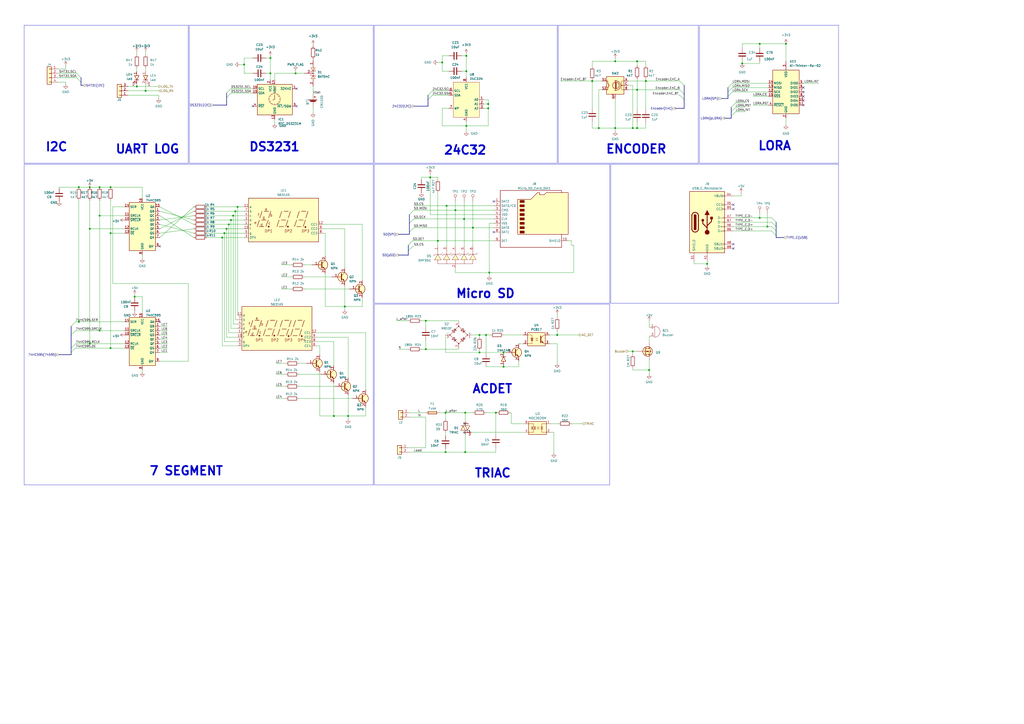
<source format=kicad_sch>
(kicad_sch (version 20230121) (generator eeschema)
  (paper "A2")
  (title_block (title "Peripheral") (date "2023-04-11") (company "NGUYỄN TRUNG THẢO"))
  (bus_alias "pLORA" (members "INT" "CS" "RST"))
  (bus_alias "I2C" (members "SDA" "SCL"))
  (bus_alias "SPI" (members "SCK" "MOSI" "MISO"))
  (junction (at 258.445 239.395))
  (junction (at 455.93 25.4))
  (junction (at 274.32 132.08))
  (junction (at 264.16 121.92))
  (junction (at 45.72 186.69))
  (junction (at 57.785 108.585))
  (junction (at 171.45 42.545))
  (junction (at 278.13 194.31))
  (junction (at 356.87 74.295))
  (junction (at 283.21 60.325))
  (junction (at 270.51 41.275))
  (junction (at 78.105 172.085))
  (junction (at 64.135 201.93))
  (junction (at 323.215 194.31))
  (junction (at 259.08 119.38))
  (junction (at 374.65 46.99))
  (junction (at 64.135 135.255))
  (junction (at 84.455 52.705))
  (junction (at 128.905 137.795))
  (junction (at 45.72 108.585))
  (junction (at 201.93 241.3))
  (junction (at 57.785 191.77))
  (junction (at 287.655 239.395))
  (junction (at 137.795 120.015))
  (junction (at 258.445 262.255))
  (junction (at 57.785 125.095))
  (junction (at 247.015 202.565))
  (junction (at 133.985 127.635))
  (junction (at 131.445 132.715))
  (junction (at 269.875 262.255))
  (junction (at 130.175 135.255))
  (junction (at 52.07 132.715))
  (junction (at 269.24 127))
  (junction (at 132.715 130.175))
  (junction (at 376.555 214.63))
  (junction (at 247.015 186.055))
  (junction (at 269.875 239.395))
  (junction (at 445.135 131.445))
  (junction (at 200.025 177.8))
  (junction (at 356.87 35.56))
  (junction (at 281.94 194.31))
  (junction (at 52.07 108.585))
  (junction (at 156.845 42.545))
  (junction (at 156.845 33.655))
  (junction (at 292.1 212.725))
  (junction (at 367.03 74.295))
  (junction (at 283.845 158.115))
  (junction (at 141.605 37.465))
  (junction (at 283.21 62.865))
  (junction (at 256.54 36.195))
  (junction (at 410.21 153.035))
  (junction (at 278.13 204.47))
  (junction (at 52.07 199.39))
  (junction (at 79.375 50.165))
  (junction (at 343.535 46.99))
  (junction (at 369.57 35.56))
  (junction (at 270.51 73.025))
  (junction (at 254 139.7))
  (junction (at 369.57 52.07))
  (junction (at 369.57 74.295))
  (junction (at 440.69 25.4))
  (junction (at 193.675 241.3))
  (junction (at 135.255 125.095))
  (junction (at 249.555 102.87))
  (junction (at 292.1 204.47))
  (junction (at 270.51 32.385))
  (junction (at 64.135 108.585))
  (junction (at 136.525 122.555))
  (junction (at 440.69 126.365))
  (junction (at 367.03 203.835))
  (junction (at 347.345 74.295))
  (junction (at 430.53 36.83))
  (no_connect (at 466.09 55.88))
  (no_connect (at 466.09 53.34))
  (no_connect (at 425.45 121.285))
  (no_connect (at 172.085 61.595))
  (no_connect (at 286.385 134.62))
  (no_connect (at 146.685 61.595))
  (no_connect (at 425.45 118.745))
  (no_connect (at 286.385 116.84))
  (no_connect (at 92.71 142.875))
  (no_connect (at 466.09 60.96))
  (no_connect (at 466.09 58.42))
  (no_connect (at 466.09 50.8))
  (no_connect (at 425.45 141.605))
  (no_connect (at 172.085 51.435))
  (no_connect (at 425.45 144.145))
  (no_connect (at 92.71 186.69))
  (bus_entry (at 250.825 52.705) (size -2.54 2.54))
  (bus_entry (at 426.72 64.77) (size -2.54 2.54))
  (bus_entry (at 426.72 62.23) (size -2.54 2.54))
  (bus_entry (at 394.335 46.99) (size 2.54 2.54))
  (bus_entry (at 424.815 48.26) (size -2.54 2.54))
  (bus_entry (at 133.985 53.975) (size -2.54 2.54))
  (bus_entry (at 44.45 45.085) (size 2.54 2.54))
  (bus_entry (at 240.03 121.92) (size -2.54 2.54))
  (bus_entry (at 43.815 186.69) (size -2.54 2.54))
  (bus_entry (at 239.395 142.875) (size -2.54 2.54))
  (bus_entry (at 240.03 127) (size -2.54 2.54))
  (bus_entry (at 424.815 53.34) (size -2.54 2.54))
  (bus_entry (at 239.395 139.7) (size -2.54 2.54))
  (bus_entry (at 250.825 55.245) (size -2.54 2.54))
  (bus_entry (at 240.03 132.08) (size -2.54 2.54))
  (bus_entry (at 426.72 59.69) (size -2.54 2.54))
  (bus_entry (at 447.675 128.905) (size 2.54 2.54))
  (bus_entry (at 133.985 51.435) (size -2.54 2.54))
  (bus_entry (at 424.815 50.8) (size -2.54 2.54))
  (bus_entry (at 447.675 133.985) (size 2.54 2.54))
  (bus_entry (at 43.815 199.39) (size -2.54 2.54))
  (bus_entry (at 447.675 131.445) (size 2.54 2.54))
  (bus_entry (at 43.815 201.93) (size -2.54 2.54))
  (bus_entry (at 447.675 126.365) (size 2.54 2.54))
  (bus_entry (at 44.45 42.545) (size 2.54 2.54))
  (bus_entry (at 394.335 55.245) (size 2.54 2.54))
  (bus_entry (at 394.335 52.07) (size 2.54 2.54))
  (bus_entry (at 43.815 191.77) (size -2.54 2.54))
  (wire (pts (xy 281.94 212.725) (xy 292.1 212.725)))
  (wire (pts (xy 264.16 116.84) (xy 264.16 121.92)))
  (wire (pts (xy 187.325 132.715) (xy 200.025 132.715)))
  (polyline (pts (xy 109.22 14.605) (xy 109.22 94.615)))
  (wire (pts (xy 112.395 130.175) (xy 92.71 120.015)))
  (wire (pts (xy 260.35 32.385) (xy 256.54 32.385)))
  (bus (pts (xy 248.285 57.785) (xy 248.285 61.595)))
  (wire (pts (xy 256.54 32.385) (xy 256.54 36.195)))
  (wire (pts (xy 258.445 243.205) (xy 258.445 239.395)))
  (wire (pts (xy 130.175 135.255) (xy 120.015 135.255)))
  (wire (pts (xy 266.065 201.93) (xy 266.065 202.565)))
  (wire (pts (xy 250.825 52.705) (xy 260.35 52.705)))
  (wire (pts (xy 402.59 151.765) (xy 402.59 153.035)))
  (wire (pts (xy 429.895 113.665) (xy 425.45 113.665)))
  (wire (pts (xy 296.545 245.745) (xy 304.165 245.745)))
  (wire (pts (xy 212.09 241.3) (xy 201.93 241.3)))
  (wire (pts (xy 269.875 239.395) (xy 269.875 244.475)))
  (wire (pts (xy 52.07 108.585) (xy 57.785 108.585)))
  (wire (pts (xy 133.985 127.635) (xy 133.985 190.5)))
  (wire (pts (xy 425.45 131.445) (xy 445.135 131.445)))
  (polyline (pts (xy 354.33 95.25) (xy 486.41 95.25)))
  (wire (pts (xy 410.21 153.035) (xy 410.21 154.305)))
  (wire (pts (xy 364.49 49.53) (xy 367.03 49.53)))
  (wire (pts (xy 266.065 202.565) (xy 247.015 202.565)))
  (wire (pts (xy 128.905 137.795) (xy 120.015 137.795)))
  (wire (pts (xy 287.655 259.715) (xy 287.655 262.255)))
  (wire (pts (xy 135.255 125.095) (xy 135.255 187.96)))
  (wire (pts (xy 194.31 224.155) (xy 173.355 224.155)))
  (polyline (pts (xy 216.535 281.305) (xy 13.97 281.305)))
  (wire (pts (xy 159.385 71.755) (xy 159.385 69.215)))
  (wire (pts (xy 200.025 165.735) (xy 200.025 177.8)))
  (bus (pts (xy 450.215 133.985) (xy 450.215 136.525)))
  (wire (pts (xy 97.155 196.85) (xy 92.71 196.85)))
  (wire (pts (xy 447.675 133.985) (xy 425.45 133.985)))
  (bus (pts (xy 420.37 68.58) (xy 424.18 68.58)))
  (wire (pts (xy 52.07 132.715) (xy 52.07 199.39)))
  (wire (pts (xy 270.51 73.025) (xy 270.51 76.2)))
  (wire (pts (xy 97.155 194.31) (xy 92.71 194.31)))
  (wire (pts (xy 445.135 123.825) (xy 445.135 131.445)))
  (wire (pts (xy 455.93 35.56) (xy 455.93 25.4)))
  (wire (pts (xy 283.21 62.865) (xy 283.21 73.025)))
  (wire (pts (xy 270.51 31.115) (xy 270.51 32.385)))
  (wire (pts (xy 287.655 239.395) (xy 281.94 239.395)))
  (polyline (pts (xy 217.17 94.615) (xy 323.215 94.615)))
  (wire (pts (xy 43.815 191.77) (xy 57.785 191.77)))
  (bus (pts (xy 46.99 49.53) (xy 48.26 49.53)))
  (bus (pts (xy 424.18 67.31) (xy 424.18 68.58)))
  (wire (pts (xy 133.985 51.435) (xy 146.685 51.435)))
  (wire (pts (xy 244.475 102.87) (xy 249.555 102.87)))
  (wire (pts (xy 34.29 109.22) (xy 34.29 108.585)))
  (wire (pts (xy 57.785 125.095) (xy 72.39 125.095)))
  (wire (pts (xy 57.785 125.095) (xy 57.785 191.77)))
  (wire (pts (xy 331.47 139.7) (xy 329.565 139.7)))
  (bus (pts (xy 41.275 189.23) (xy 41.275 194.31)))
  (wire (pts (xy 131.445 132.715) (xy 120.015 132.715)))
  (wire (pts (xy 466.09 48.26) (xy 474.98 48.26)))
  (wire (pts (xy 43.815 201.93) (xy 64.135 201.93)))
  (wire (pts (xy 72.39 120.015) (xy 65.405 120.015)))
  (wire (pts (xy 349.25 52.07) (xy 347.345 52.07)))
  (wire (pts (xy 201.93 195.58) (xy 201.93 219.075)))
  (wire (pts (xy 264.16 155.575) (xy 264.16 158.115)))
  (wire (pts (xy 92.71 137.795) (xy 112.395 120.015)))
  (wire (pts (xy 256.54 41.275) (xy 260.35 41.275)))
  (wire (pts (xy 356.87 35.56) (xy 369.57 35.56)))
  (wire (pts (xy 181.61 34.29) (xy 181.61 34.925)))
  (wire (pts (xy 159.385 42.545) (xy 171.45 42.545)))
  (bus (pts (xy 248.285 55.245) (xy 248.285 57.785)))
  (wire (pts (xy 247.015 197.485) (xy 247.015 202.565)))
  (wire (pts (xy 72.39 191.77) (xy 57.785 191.77)))
  (wire (pts (xy 300.99 209.55) (xy 300.99 212.725)))
  (wire (pts (xy 424.815 50.8) (xy 445.77 50.8)))
  (wire (pts (xy 287.655 239.395) (xy 287.655 252.095)))
  (polyline (pts (xy 217.17 176.53) (xy 217.17 281.305)))
  (wire (pts (xy 318.77 199.39) (xy 323.215 199.39)))
  (wire (pts (xy 45.72 108.585) (xy 52.07 108.585)))
  (wire (pts (xy 259.08 142.875) (xy 259.08 119.38)))
  (wire (pts (xy 367.03 213.36) (xy 367.03 214.63)))
  (wire (pts (xy 159.385 42.545) (xy 159.385 46.355)))
  (wire (pts (xy 250.825 55.245) (xy 260.35 55.245)))
  (wire (pts (xy 292.1 204.47) (xy 293.37 204.47)))
  (polyline (pts (xy 405.13 14.605) (xy 405.13 94.615)))
  (bus (pts (xy 418.465 57.15) (xy 422.275 57.15)))
  (wire (pts (xy 436.88 55.88) (xy 445.77 55.88)))
  (wire (pts (xy 258.445 194.31) (xy 258.445 204.47)))
  (wire (pts (xy 168.91 167.64) (xy 163.195 167.64)))
  (wire (pts (xy 247.015 186.055) (xy 266.065 186.055)))
  (wire (pts (xy 177.8 210.82) (xy 173.355 210.82)))
  (wire (pts (xy 186.055 217.17) (xy 173.355 217.17)))
  (wire (pts (xy 141.605 132.715) (xy 131.445 132.715)))
  (wire (pts (xy 130.175 135.255) (xy 130.175 198.12)))
  (wire (pts (xy 33.655 45.085) (xy 44.45 45.085)))
  (wire (pts (xy 33.655 42.545) (xy 44.45 42.545)))
  (polyline (pts (xy 217.17 176.53) (xy 353.695 176.53)))
  (polyline (pts (xy 216.535 95.25) (xy 216.535 281.305)))
  (wire (pts (xy 133.985 53.975) (xy 146.685 53.975)))
  (wire (pts (xy 269.875 239.395) (xy 274.32 239.395)))
  (wire (pts (xy 239.395 139.7) (xy 254 139.7)))
  (polyline (pts (xy 217.17 95.25) (xy 353.695 95.25)))
  (wire (pts (xy 374.65 38.1) (xy 374.65 35.56)))
  (wire (pts (xy 266.065 186.055) (xy 266.065 186.69)))
  (wire (pts (xy 260.35 62.865) (xy 256.54 62.865)))
  (wire (pts (xy 72.39 201.93) (xy 64.135 201.93)))
  (polyline (pts (xy 217.17 175.895) (xy 353.695 175.895)))
  (polyline (pts (xy 323.85 14.605) (xy 323.85 94.615)))
  (wire (pts (xy 343.535 35.56) (xy 343.535 38.735)))
  (wire (pts (xy 132.715 130.175) (xy 120.015 130.175)))
  (wire (pts (xy 64.135 135.255) (xy 64.135 201.93)))
  (bus (pts (xy 450.215 137.795) (xy 454.66 137.795)))
  (wire (pts (xy 131.445 195.58) (xy 131.445 132.715)))
  (wire (pts (xy 204.47 231.14) (xy 173.355 231.14)))
  (wire (pts (xy 92.71 204.47) (xy 97.155 204.47)))
  (polyline (pts (xy 486.41 95.25) (xy 486.41 175.895)))
  (wire (pts (xy 424.815 53.34) (xy 445.77 53.34)))
  (wire (pts (xy 200.025 177.8) (xy 200.025 179.705)))
  (wire (pts (xy 74.295 50.165) (xy 79.375 50.165)))
  (wire (pts (xy 278.13 203.2) (xy 278.13 204.47)))
  (wire (pts (xy 278.13 194.31) (xy 278.13 195.58)))
  (wire (pts (xy 78.105 170.815) (xy 78.105 172.085)))
  (wire (pts (xy 33.655 40.005) (xy 38.1 40.005)))
  (wire (pts (xy 445.135 131.445) (xy 447.675 131.445)))
  (wire (pts (xy 79.375 50.165) (xy 92.075 50.165)))
  (wire (pts (xy 109.22 164.465) (xy 109.22 209.55)))
  (wire (pts (xy 82.55 147.955) (xy 82.55 149.86)))
  (polyline (pts (xy 354.33 95.25) (xy 354.33 175.895)))
  (bus (pts (xy 391.795 62.865) (xy 396.875 62.865)))
  (polyline (pts (xy 405.765 14.605) (xy 486.41 14.605)))
  (wire (pts (xy 74.295 55.245) (xy 92.075 55.245)))
  (wire (pts (xy 254 139.7) (xy 286.385 139.7)))
  (wire (pts (xy 286.385 124.46) (xy 249.555 124.46)))
  (polyline (pts (xy 109.855 94.615) (xy 216.535 94.615)))
  (bus (pts (xy 237.49 129.54) (xy 237.49 134.62)))
  (wire (pts (xy 426.72 64.77) (xy 432.435 64.77)))
  (polyline (pts (xy 217.17 95.25) (xy 217.17 175.895)))
  (wire (pts (xy 92.71 209.55) (xy 109.22 209.55)))
  (wire (pts (xy 92.71 127.635) (xy 112.395 125.095)))
  (wire (pts (xy 249.555 124.46) (xy 249.555 102.87)))
  (wire (pts (xy 264.16 121.92) (xy 286.385 121.92)))
  (polyline (pts (xy 486.41 175.895) (xy 354.33 175.895)))
  (wire (pts (xy 296.545 239.395) (xy 295.91 239.395)))
  (wire (pts (xy 264.16 158.115) (xy 283.845 158.115)))
  (wire (pts (xy 237.49 239.395) (xy 247.015 239.395)))
  (wire (pts (xy 374.65 74.295) (xy 369.57 74.295)))
  (wire (pts (xy 288.29 239.395) (xy 287.655 239.395)))
  (wire (pts (xy 343.535 74.295) (xy 347.345 74.295)))
  (wire (pts (xy 424.815 48.26) (xy 445.77 48.26)))
  (wire (pts (xy 165.735 217.17) (xy 160.02 217.17)))
  (bus (pts (xy 424.18 64.77) (xy 424.18 67.31)))
  (bus (pts (xy 422.275 55.88) (xy 422.275 57.15)))
  (bus (pts (xy 123.825 60.96) (xy 131.445 60.96)))
  (wire (pts (xy 165.735 231.14) (xy 160.02 231.14)))
  (wire (pts (xy 156.845 33.655) (xy 156.845 42.545)))
  (wire (pts (xy 347.345 52.07) (xy 347.345 74.295)))
  (wire (pts (xy 364.49 203.835) (xy 367.03 203.835)))
  (wire (pts (xy 212.09 241.3) (xy 212.09 236.22)))
  (wire (pts (xy 65.405 164.465) (xy 109.22 164.465)))
  (wire (pts (xy 331.47 142.24) (xy 331.47 139.7)))
  (wire (pts (xy 321.31 250.825) (xy 319.405 250.825)))
  (polyline (pts (xy 13.97 95.25) (xy 216.535 95.25)))
  (wire (pts (xy 137.795 193.04) (xy 132.715 193.04)))
  (wire (pts (xy 240.03 119.38) (xy 259.08 119.38)))
  (wire (pts (xy 283.21 60.325) (xy 283.21 62.865)))
  (wire (pts (xy 369.57 71.12) (xy 369.57 74.295)))
  (wire (pts (xy 45.72 186.69) (xy 72.39 186.69)))
  (wire (pts (xy 84.455 48.895) (xy 84.455 52.705)))
  (wire (pts (xy 79.375 48.895) (xy 79.375 50.165)))
  (wire (pts (xy 137.795 120.015) (xy 120.015 120.015)))
  (wire (pts (xy 323.215 182.245) (xy 323.215 184.15)))
  (wire (pts (xy 52.07 132.715) (xy 72.39 132.715)))
  (wire (pts (xy 79.375 29.845) (xy 79.375 31.75)))
  (wire (pts (xy 254 111.76) (xy 254 139.7)))
  (wire (pts (xy 200.025 177.8) (xy 188.595 177.8)))
  (wire (pts (xy 183.515 198.12) (xy 193.675 198.12)))
  (wire (pts (xy 137.795 120.015) (xy 137.795 182.88)))
  (wire (pts (xy 78.105 180.34) (xy 78.105 180.975)))
  (bus (pts (xy 237.49 134.62) (xy 237.49 135.89)))
  (wire (pts (xy 38.1 47.625) (xy 38.1 48.895)))
  (wire (pts (xy 141.605 120.015) (xy 137.795 120.015)))
  (wire (pts (xy 78.105 172.085) (xy 82.55 172.085)))
  (polyline (pts (xy 216.535 94.615) (xy 216.535 14.605)))
  (wire (pts (xy 52.07 116.205) (xy 52.07 132.715)))
  (wire (pts (xy 97.155 191.77) (xy 92.71 191.77)))
  (wire (pts (xy 154.305 42.545) (xy 156.845 42.545)))
  (wire (pts (xy 97.155 199.39) (xy 92.71 199.39)))
  (wire (pts (xy 43.815 186.69) (xy 45.72 186.69)))
  (wire (pts (xy 332.74 142.24) (xy 332.74 158.115)))
  (wire (pts (xy 84.455 29.845) (xy 84.455 31.75)))
  (wire (pts (xy 292.1 212.725) (xy 292.1 212.09)))
  (wire (pts (xy 200.025 132.715) (xy 200.025 155.575)))
  (wire (pts (xy 274.32 132.08) (xy 286.385 132.08)))
  (wire (pts (xy 180.975 153.67) (xy 176.53 153.67)))
  (polyline (pts (xy 216.535 14.605) (xy 109.855 14.605)))
  (wire (pts (xy 269.24 127) (xy 286.385 127)))
  (wire (pts (xy 38.1 38.1) (xy 38.1 40.005)))
  (polyline (pts (xy 323.215 14.605) (xy 217.17 14.605)))
  (bus (pts (xy 236.855 145.415) (xy 236.855 147.955)))
  (wire (pts (xy 269.24 127) (xy 269.24 142.875)))
  (wire (pts (xy 274.32 132.08) (xy 274.32 142.875)))
  (wire (pts (xy 440.69 25.4) (xy 430.53 25.4)))
  (wire (pts (xy 183.515 195.58) (xy 201.93 195.58)))
  (wire (pts (xy 112.395 137.795) (xy 92.71 125.095)))
  (wire (pts (xy 112.395 132.715) (xy 92.71 135.255)))
  (wire (pts (xy 201.93 229.235) (xy 201.93 241.3)))
  (wire (pts (xy 64.135 108.585) (xy 82.55 108.585)))
  (wire (pts (xy 280.67 57.785) (xy 283.21 57.785)))
  (wire (pts (xy 57.785 116.205) (xy 57.785 125.095)))
  (wire (pts (xy 377.19 194.945) (xy 376.555 194.945)))
  (polyline (pts (xy 13.97 14.605) (xy 13.97 94.615)))
  (wire (pts (xy 78.105 172.72) (xy 78.105 172.085)))
  (polyline (pts (xy 405.765 14.605) (xy 405.765 94.615)))
  (wire (pts (xy 137.795 187.96) (xy 135.255 187.96)))
  (bus (pts (xy 450.215 136.525) (xy 450.215 137.795)))
  (wire (pts (xy 137.795 198.12) (xy 130.175 198.12)))
  (wire (pts (xy 202.565 167.64) (xy 176.53 167.64)))
  (wire (pts (xy 280.67 62.865) (xy 283.21 62.865)))
  (wire (pts (xy 137.795 200.66) (xy 128.905 200.66)))
  (wire (pts (xy 367.03 205.74) (xy 367.03 203.835)))
  (wire (pts (xy 210.185 177.8) (xy 210.185 172.72)))
  (wire (pts (xy 141.605 125.095) (xy 135.255 125.095)))
  (wire (pts (xy 64.135 116.205) (xy 64.135 135.255)))
  (wire (pts (xy 269.875 252.095) (xy 269.875 262.255)))
  (wire (pts (xy 287.655 262.255) (xy 269.875 262.255)))
  (bus (pts (xy 422.275 50.8) (xy 422.275 53.34)))
  (wire (pts (xy 278.13 204.47) (xy 292.1 204.47)))
  (wire (pts (xy 270.51 41.275) (xy 270.51 45.085)))
  (wire (pts (xy 300.99 212.725) (xy 292.1 212.725)))
  (wire (pts (xy 367.03 214.63) (xy 376.555 214.63)))
  (wire (pts (xy 440.69 123.825) (xy 440.69 126.365)))
  (wire (pts (xy 244.475 186.055) (xy 247.015 186.055)))
  (wire (pts (xy 267.97 41.275) (xy 270.51 41.275)))
  (wire (pts (xy 185.42 200.66) (xy 185.42 205.74)))
  (wire (pts (xy 283.845 158.115) (xy 283.845 160.02)))
  (wire (pts (xy 112.395 127.635) (xy 92.71 122.555)))
  (wire (pts (xy 210.185 177.8) (xy 200.025 177.8)))
  (wire (pts (xy 33.655 47.625) (xy 38.1 47.625)))
  (wire (pts (xy 156.845 42.545) (xy 156.845 46.355)))
  (wire (pts (xy 369.57 45.72) (xy 369.57 52.07)))
  (wire (pts (xy 168.91 160.655) (xy 163.195 160.655)))
  (wire (pts (xy 436.88 60.96) (xy 445.77 60.96)))
  (wire (pts (xy 367.03 49.53) (xy 367.03 74.295)))
  (wire (pts (xy 141.605 135.255) (xy 130.175 135.255)))
  (wire (pts (xy 331.47 142.24) (xy 332.74 142.24)))
  (wire (pts (xy 165.735 224.155) (xy 160.02 224.155)))
  (polyline (pts (xy 353.695 281.305) (xy 217.17 281.305)))
  (wire (pts (xy 283.845 129.54) (xy 286.385 129.54)))
  (wire (pts (xy 249.555 100.965) (xy 249.555 102.87)))
  (wire (pts (xy 193.675 222.25) (xy 193.675 241.3)))
  (wire (pts (xy 292.1 194.31) (xy 303.53 194.31)))
  (wire (pts (xy 367.03 203.835) (xy 368.935 203.835)))
  (bus (pts (xy 46.99 45.085) (xy 46.99 47.625)))
  (polyline (pts (xy 13.97 94.615) (xy 109.22 94.615)))
  (bus (pts (xy 41.275 194.31) (xy 41.275 201.93)))
  (wire (pts (xy 374.65 35.56) (xy 369.57 35.56)))
  (wire (pts (xy 82.55 172.085) (xy 82.55 181.61)))
  (polyline (pts (xy 486.41 14.605) (xy 486.41 94.615)))
  (wire (pts (xy 270.51 70.485) (xy 270.51 73.025)))
  (wire (pts (xy 377.19 189.865) (xy 376.555 189.865)))
  (polyline (pts (xy 405.13 94.615) (xy 323.85 94.615)))
  (wire (pts (xy 426.72 59.69) (xy 432.435 59.69)))
  (wire (pts (xy 323.215 194.31) (xy 318.77 194.31)))
  (bus (pts (xy 231.14 147.955) (xy 236.855 147.955)))
  (wire (pts (xy 212.09 193.04) (xy 212.09 226.06)))
  (wire (pts (xy 141.605 122.555) (xy 136.525 122.555)))
  (wire (pts (xy 356.87 33.655) (xy 356.87 35.56)))
  (wire (pts (xy 254 36.195) (xy 256.54 36.195)))
  (wire (pts (xy 440.69 36.83) (xy 430.53 36.83)))
  (wire (pts (xy 201.93 241.3) (xy 193.675 241.3)))
  (wire (pts (xy 136.525 122.555) (xy 120.015 122.555)))
  (wire (pts (xy 92.075 55.245) (xy 92.075 57.15)))
  (wire (pts (xy 136.525 122.555) (xy 136.525 185.42)))
  (wire (pts (xy 192.405 160.655) (xy 176.53 160.655)))
  (bus (pts (xy 240.03 61.595) (xy 248.285 61.595)))
  (wire (pts (xy 187.325 135.255) (xy 188.595 135.255)))
  (wire (pts (xy 367.03 74.295) (xy 356.87 74.295)))
  (wire (pts (xy 343.535 70.485) (xy 343.535 74.295)))
  (wire (pts (xy 45.72 116.205) (xy 45.72 186.69)))
  (wire (pts (xy 258.445 260.35) (xy 258.445 262.255)))
  (bus (pts (xy 396.875 54.61) (xy 396.875 57.785)))
  (wire (pts (xy 258.445 239.395) (xy 269.875 239.395)))
  (wire (pts (xy 141.605 130.175) (xy 132.715 130.175)))
  (wire (pts (xy 84.455 39.37) (xy 84.455 41.275)))
  (wire (pts (xy 429.895 111.76) (xy 429.895 113.665)))
  (bus (pts (xy 236.855 142.24) (xy 236.855 145.415)))
  (wire (pts (xy 440.69 35.56) (xy 440.69 36.83)))
  (polyline (pts (xy 323.215 94.615) (xy 323.215 14.605)))
  (wire (pts (xy 323.215 194.31) (xy 335.915 194.31)))
  (wire (pts (xy 374.65 63.5) (xy 374.65 46.99)))
  (wire (pts (xy 181.61 26.035) (xy 181.61 26.67)))
  (wire (pts (xy 137.795 190.5) (xy 133.985 190.5)))
  (wire (pts (xy 239.395 142.875) (xy 240.03 142.875)))
  (wire (pts (xy 57.785 108.585) (xy 64.135 108.585)))
  (polyline (pts (xy 13.97 95.25) (xy 13.97 281.305)))
  (polyline (pts (xy 217.17 14.605) (xy 217.17 94.615)))
  (bus (pts (xy 34.29 205.74) (xy 41.275 205.74)))
  (wire (pts (xy 240.03 132.08) (xy 274.32 132.08)))
  (wire (pts (xy 356.87 74.295) (xy 356.87 76.2)))
  (wire (pts (xy 183.515 193.04) (xy 212.09 193.04)))
  (wire (pts (xy 240.03 127) (xy 269.24 127)))
  (bus (pts (xy 131.445 53.975) (xy 131.445 56.515)))
  (wire (pts (xy 254.635 239.395) (xy 258.445 239.395)))
  (wire (pts (xy 52.07 199.39) (xy 72.39 199.39)))
  (wire (pts (xy 283.845 129.54) (xy 283.845 158.115)))
  (wire (pts (xy 369.57 35.56) (xy 369.57 38.1)))
  (wire (pts (xy 74.295 52.705) (xy 84.455 52.705)))
  (bus (pts (xy 131.445 56.515) (xy 131.445 60.96)))
  (wire (pts (xy 323.215 199.39) (xy 323.215 210.82)))
  (wire (pts (xy 280.67 60.325) (xy 283.21 60.325)))
  (wire (pts (xy 356.87 35.56) (xy 343.535 35.56)))
  (wire (pts (xy 236.855 259.715) (xy 247.015 259.715)))
  (wire (pts (xy 128.905 137.795) (xy 128.905 200.66)))
  (wire (pts (xy 188.595 135.255) (xy 188.595 148.59)))
  (wire (pts (xy 154.305 33.655) (xy 156.845 33.655)))
  (wire (pts (xy 79.375 39.37) (xy 79.375 41.275)))
  (wire (pts (xy 112.395 122.555) (xy 92.71 132.715)))
  (wire (pts (xy 132.715 130.175) (xy 132.715 193.04)))
  (wire (pts (xy 374.65 71.12) (xy 374.65 74.295)))
  (wire (pts (xy 254 142.875) (xy 254 139.7)))
  (bus (pts (xy 450.215 131.445) (xy 450.215 133.985)))
  (wire (pts (xy 281.94 194.31) (xy 284.48 194.31)))
  (wire (pts (xy 231.14 202.565) (xy 236.855 202.565)))
  (wire (pts (xy 141.605 37.465) (xy 141.605 42.545)))
  (wire (pts (xy 193.675 198.12) (xy 193.675 212.09)))
  (wire (pts (xy 283.845 158.115) (xy 332.74 158.115)))
  (polyline (pts (xy 486.41 94.615) (xy 405.765 94.615)))
  (wire (pts (xy 356.87 57.15) (xy 356.87 74.295)))
  (wire (pts (xy 264.16 121.92) (xy 264.16 142.875)))
  (wire (pts (xy 141.605 137.795) (xy 128.905 137.795)))
  (wire (pts (xy 137.795 195.58) (xy 131.445 195.58)))
  (wire (pts (xy 185.42 215.9) (xy 185.42 241.3)))
  (wire (pts (xy 137.795 185.42) (xy 136.525 185.42)))
  (wire (pts (xy 171.45 42.545) (xy 176.53 42.545)))
  (wire (pts (xy 64.135 135.255) (xy 72.39 135.255)))
  (polyline (pts (xy 323.85 14.605) (xy 405.13 14.605)))
  (wire (pts (xy 201.93 241.3) (xy 201.93 243.205)))
  (wire (pts (xy 97.155 189.23) (xy 92.71 189.23)))
  (wire (pts (xy 256.54 36.195) (xy 256.54 41.275)))
  (wire (pts (xy 269.24 116.84) (xy 269.24 127)))
  (wire (pts (xy 304.165 250.825) (xy 273.685 250.825)))
  (wire (pts (xy 92.71 201.93) (xy 97.155 201.93)))
  (wire (pts (xy 440.69 25.4) (xy 440.69 27.94)))
  (wire (pts (xy 249.555 102.87) (xy 254 102.87)))
  (bus (pts (xy 396.875 49.53) (xy 396.875 54.61)))
  (polyline (pts (xy 109.855 14.605) (xy 109.855 94.615)))
  (wire (pts (xy 256.54 62.865) (xy 256.54 73.025)))
  (wire (pts (xy 376.555 208.915) (xy 376.555 214.63)))
  (wire (pts (xy 283.21 57.785) (xy 283.21 60.325)))
  (wire (pts (xy 374.65 46.99) (xy 394.335 46.99)))
  (wire (pts (xy 331.47 245.745) (xy 337.82 245.745)))
  (wire (pts (xy 165.735 210.82) (xy 160.02 210.82)))
  (wire (pts (xy 269.875 262.255) (xy 258.445 262.255)))
  (wire (pts (xy 369.57 74.295) (xy 367.03 74.295)))
  (wire (pts (xy 254 102.87) (xy 254 104.14)))
  (wire (pts (xy 43.815 199.39) (xy 52.07 199.39)))
  (wire (pts (xy 247.015 241.935) (xy 247.015 259.715)))
  (bus (pts (xy 41.275 204.47) (xy 41.275 205.74)))
  (wire (pts (xy 237.49 241.935) (xy 247.015 241.935)))
  (wire (pts (xy 258.445 250.825) (xy 258.445 252.73)))
  (wire (pts (xy 146.685 33.655) (xy 141.605 33.655)))
  (wire (pts (xy 323.215 191.77) (xy 323.215 194.31)))
  (wire (pts (xy 303.53 199.39) (xy 300.99 199.39)))
  (wire (pts (xy 171.45 41.275) (xy 171.45 42.545)))
  (wire (pts (xy 376.555 194.945) (xy 376.555 198.755)))
  (bus (pts (xy 422.275 53.34) (xy 422.275 55.88)))
  (wire (pts (xy 364.49 46.99) (xy 374.65 46.99)))
  (wire (pts (xy 156.845 32.385) (xy 156.845 33.655)))
  (wire (pts (xy 244.475 104.14) (xy 244.475 102.87)))
  (wire (pts (xy 183.515 200.66) (xy 185.42 200.66)))
  (bus (pts (xy 41.275 201.93) (xy 41.275 204.47)))
  (wire (pts (xy 426.72 62.23) (xy 432.435 62.23)))
  (wire (pts (xy 240.03 121.92) (xy 264.16 121.92)))
  (wire (pts (xy 188.595 158.75) (xy 188.595 177.8)))
  (wire (pts (xy 430.53 35.56) (xy 430.53 36.83)))
  (polyline (pts (xy 353.695 175.895) (xy 353.695 95.25)))
  (wire (pts (xy 181.61 62.23) (xy 181.61 65.405)))
  (wire (pts (xy 281.94 205.105) (xy 281.94 194.31)))
  (wire (pts (xy 82.55 108.585) (xy 82.55 114.935)))
  (wire (pts (xy 393.7 55.245) (xy 394.335 55.245)))
  (wire (pts (xy 343.535 46.99) (xy 343.535 62.865)))
  (wire (pts (xy 273.685 194.31) (xy 278.13 194.31)))
  (wire (pts (xy 325.12 46.99) (xy 343.535 46.99)))
  (wire (pts (xy 402.59 153.035) (xy 410.21 153.035)))
  (wire (pts (xy 185.42 241.3) (xy 193.675 241.3)))
  (wire (pts (xy 425.45 126.365) (xy 440.69 126.365)))
  (wire (pts (xy 84.455 52.705) (xy 92.075 52.705)))
  (wire (pts (xy 141.605 42.545) (xy 146.685 42.545)))
  (wire (pts (xy 343.535 46.355) (xy 343.535 46.99)))
  (wire (pts (xy 364.49 52.07) (xy 369.57 52.07)))
  (wire (pts (xy 168.91 153.67) (xy 163.195 153.67)))
  (bus (pts (xy 237.49 124.46) (xy 237.49 129.54)))
  (wire (pts (xy 65.405 120.015) (xy 65.405 164.465)))
  (wire (pts (xy 247.015 202.565) (xy 244.475 202.565)))
  (wire (pts (xy 374.65 45.72) (xy 374.65 46.99)))
  (wire (pts (xy 283.21 73.025) (xy 270.51 73.025)))
  (wire (pts (xy 236.855 186.055) (xy 229.87 186.055)))
  (wire (pts (xy 430.53 25.4) (xy 430.53 27.94)))
  (wire (pts (xy 92.71 130.175) (xy 112.395 135.255)))
  (wire (pts (xy 139.065 37.465) (xy 141.605 37.465)))
  (wire (pts (xy 347.345 74.295) (xy 356.87 74.295)))
  (wire (pts (xy 133.985 127.635) (xy 120.015 127.635)))
  (wire (pts (xy 296.545 239.395) (xy 296.545 245.745)))
  (wire (pts (xy 376.555 214.63) (xy 376.555 217.17)))
  (wire (pts (xy 247.015 186.055) (xy 247.015 189.865)))
  (wire (pts (xy 258.445 204.47) (xy 278.13 204.47)))
  (wire (pts (xy 369.57 52.07) (xy 369.57 63.5)))
  (wire (pts (xy 425.45 128.905) (xy 447.675 128.905)))
  (bus (pts (xy 231.14 135.89) (xy 237.49 135.89)))
  (bus (pts (xy 424.18 62.23) (xy 424.18 64.77)))
  (wire (pts (xy 256.54 73.025) (xy 270.51 73.025)))
  (wire (pts (xy 141.605 33.655) (xy 141.605 37.465)))
  (wire (pts (xy 455.93 25.4) (xy 440.69 25.4)))
  (wire (pts (xy 274.32 116.84) (xy 274.32 132.08)))
  (wire (pts (xy 259.08 119.38) (xy 286.385 119.38)))
  (bus (pts (xy 450.215 128.905) (xy 450.215 131.445)))
  (wire (pts (xy 410.21 151.765) (xy 410.21 153.035)))
  (wire (pts (xy 343.535 46.99) (xy 349.25 46.99)))
  (wire (pts (xy 135.255 125.095) (xy 120.015 125.095)))
  (wire (pts (xy 210.185 130.175) (xy 210.185 162.56)))
  (wire (pts (xy 321.31 250.825) (xy 321.31 262.89)))
  (wire (pts (xy 376.555 186.055) (xy 376.555 189.865)))
  (bus (pts (xy 396.875 57.785) (xy 396.875 62.865)))
  (polyline (pts (xy 13.97 14.605) (xy 109.22 14.605)))
  (wire (pts (xy 181.61 50.165) (xy 181.61 54.61)))
  (wire (pts (xy 82.55 214.63) (xy 82.55 215.9)))
  (wire (pts (xy 267.97 32.385) (xy 270.51 32.385)))
  (wire (pts (xy 141.605 127.635) (xy 133.985 127.635)))
  (wire (pts (xy 323.85 245.745) (xy 319.405 245.745)))
  (wire (pts (xy 270.51 32.385) (xy 270.51 41.275)))
  (polyline (pts (xy 353.695 176.53) (xy 353.695 281.305)))
  (wire (pts (xy 440.69 126.365) (xy 447.675 126.365)))
  (wire (pts (xy 369.57 52.07) (xy 394.335 52.07)))
  (wire (pts (xy 34.29 108.585) (xy 45.72 108.585)))
  (wire (pts (xy 278.13 194.31) (xy 281.94 194.31)))
  (wire (pts (xy 455.93 68.58) (xy 455.93 72.39)))
  (wire (pts (xy 236.855 262.255) (xy 258.445 262.255)))
  (bus (pts (xy 46.99 47.625) (xy 46.99 49.53)))
  (wire (pts (xy 187.325 130.175) (xy 210.185 130.175)))
  (text "UART LOG\n" (at 66.675 89.535 0) (effects (font (size 5 5) bold) (justify left bottom)))
  (text "I2C" (at 26.035 88.265 0) (effects (font (size 5 5) bold) (justify left bottom)))
  (text "24C32\n" (at 257.175 90.17 0) (effects (font (size 5 5) bold) (justify left bottom)))
  (text "ENCODER\n" (at 351.155 89.535 0) (effects (font (size 5 5) bold) (justify left bottom)))
  (text "TRIAC" (at 274.955 277.495 0) (effects (font (size 5 5) bold) (justify left bottom)))
  (text "Micro SD\n" (at 264.16 173.355 0) (effects (font (size 5 5) bold) (justify left bottom)))
  (text "DS3231\n" (at 144.145 88.265 0) (effects (font (size 5 5) bold) (justify left bottom)))
  (text "LORA" (at 439.42 87.63 0) (effects (font (size 5 5) bold) (justify left bottom)))
  (text "ACDET" (at 273.685 228.6 0) (effects (font (size 5 5) bold) (justify left bottom)))
  (text "7 SEGMENT" (at 86.36 276.225 0) (effects (font (size 5 5) bold) (justify left bottom)))
  (label "TYPE_C.D+" (at 436.88 131.445 180))
  (label "LE5" (at 160.02 224.155 0))
  (label "74HC595.SER" (at 43.815 186.69 0))
  (label "LORA.INT" (at 474.98 48.26 180))
  (label "N" (at 231.14 202.565 0))
  (label "SHT31.SCL" (at 44.45 42.545 180))
  (label "N" (at 242.57 241.935 0))
  (label "L_after" (at 229.87 186.055 0))
  (label "SD.DET" (at 239.395 139.7 0))
  (label "DS3231.SCL" (at 133.985 51.435 0))
  (label "DS3231.SDA" (at 133.985 53.975 0))
  (label "LE6" (at 160.02 217.17 0))
  (label "LE7" (at 97.155 189.23 180))
  (label "LORA.SCK" (at 424.815 53.34 0))
  (label "LORA.CS" (at 426.72 59.69 0))
  (label "74HC595.RCLK" (at 43.815 199.39 0))
  (label "SD.CS" (at 240.03 142.875 0))
  (label "L_after" (at 258.445 239.395 0))
  (label "SD.MOSI" (at 240.03 121.92 0))
  (label "SD.CS" (at 240.03 119.38 0))
  (label "24C32.SDA" (at 250.825 55.245 0))
  (label "LORA.INT" (at 426.72 64.77 0))
  (label "LE3" (at 163.195 153.67 0))
  (label "TYPE_C.D-" (at 436.88 128.905 180))
  (label "LE1" (at 97.155 204.47 180))
  (label "TYPE_C.D-" (at 436.88 126.365 180))
  (label "L" (at 242.57 239.395 0))
  (label "74HC595.OE" (at 43.815 201.93 0))
  (label "LE2" (at 163.195 160.655 0))
  (label "LORA.RST" (at 426.72 62.23 0))
  (label "LORA.MOSI" (at 424.815 48.26 0))
  (label "24C32.SCL" (at 250.825 52.705 0))
  (label "SD.MISO" (at 240.03 132.08 0))
  (label "LORA.RST" (at 436.88 60.96 0))
  (label "LE4" (at 160.02 231.14 0))
  (label "74HC595.SRCLK" (at 43.815 191.77 0))
  (label "TYPE_C.D+" (at 436.88 133.985 180))
  (label "Vbat" (at 181.61 54.61 0))
  (label "LORA.MISO" (at 424.815 50.8 0))
  (label "LE1" (at 163.195 167.64 0))
  (label "LE5" (at 97.155 194.31 180))
  (label "SD.SCK" (at 240.03 127 0))
  (label "LORA.CS" (at 436.88 55.88 0))
  (label "Load" (at 240.03 262.255 0))
  (label "Encoder.EnC_A" (at 394.335 46.99 180))
  (label "LE4" (at 97.155 196.85 180))
  (label "SHT31.SDA" (at 44.45 45.085 180))
  (label "Encoder.EnC_BT" (at 325.12 46.99 0))
  (label "LE2" (at 97.155 201.93 180))
  (label "Encoder.EnC_BT" (at 393.7 55.245 180))
  (label "Encoder.EnC_B" (at 394.335 52.07 180))
  (label "LE7" (at 160.02 210.82 0))
  (label "LE6" (at 97.155 191.77 180))
  (label "LE3" (at 97.155 199.39 180))
  (hierarchical_label "LOG_TX" (shape output) (at 92.075 50.165 0))
  (hierarchical_label "24C32{I2C}" (shape input) (at 240.03 61.595 180))
  (hierarchical_label "LORA{SPI}" (shape input) (at 418.465 57.15 180))
  (hierarchical_label "AC_DET" (shape output) (at 335.915 194.31 0))
  (hierarchical_label "TYPE_C{USB}" (shape input) (at 454.66 137.795 0))
  (hierarchical_label "TRIAC" (shape input) (at 337.82 245.745 0))
  (hierarchical_label "SD{pSD}" (shape output) (at 231.14 147.955 180))
  (hierarchical_label "74HC595{74595}" (shape input) (at 34.29 205.74 180))
  (hierarchical_label "LOG_RX" (shape input) (at 92.075 52.705 0))
  (hierarchical_label "Encoder{EnC}" (shape output) (at 391.795 62.865 180))
  (hierarchical_label "DS3231{I2C}" (shape input) (at 123.825 60.96 180))
  (hierarchical_label "Buzzer" (shape input) (at 364.49 203.835 180))
  (hierarchical_label "SHT31{I2C}" (shape input) (at 48.26 49.53 0))
  (hierarchical_label "LORA{pLORA}" (shape output) (at 420.37 68.58 180))
  (hierarchical_label "SD{SPI}" (shape input) (at 231.14 135.89 180))
  (symbol (lib_name "GND_21") (lib_id "power:GND") (at 34.29 116.84 0) (mirror y) (unit 1)
    (property "Reference" "#PWR015" (effects hide))
    (property "Value" "GND" (at 29.21 117.475 0) (effects (justify right)))
    (instances (project "DO_AN_DKTD" (path "" (reference "#PWR015") (unit 1)) (path "" (reference "#PWR011") (unit 1))))
  )
  (symbol (lib_name "GND_20") (lib_id "power:GND") (at 200.025 179.705 0) (unit 1)
    (property "Reference" "#PWR011" (effects hide))
    (property "Value" "GND" (at 200.025 184.15 0))
    (instances (project "DO_AN_DKTD" (path "" (reference "#PWR011") (unit 1)) (path "" (reference "#PWR016") (unit 1))))
  )
  (symbol (lib_id "IVS_SYMBOLS:N_Mosfet") (at 376.555 203.835 0) (unit 1)
    (property "Reference" "Q9" (at 380.365 204.47 0) (effects (justify left)))
    (property "Value" "N_Mosfet" (effects hide))
    (property "Footprint" "IVS_FOOTPRINTS:SOT23-3" (effects hide))
    (property "Datasheet" "https://www.onsemi.com/pub/Collateral/BSS138-D.PDF" (effects hide))
  )
  (symbol (lib_id "Device:C") (at 258.445 256.54 0) (mirror y) (unit 1)
    (property "Reference" "C6" (at 254.635 255.905 0) (effects (justify left)))
    (property "Value" "10nF" (at 254.635 258.445 0) (effects (justify left)))
    (property "Footprint" "IVS_FOOTPRINTS:C_0603" (effects hide))
  )
  (symbol (lib_id "Device:R") (at 374.65 41.91 0) (mirror y) (unit 1)
    (property "Reference" "R2" (at 379.095 41.275 0) (effects (justify left)))
    (property "Value" "4k7" (at 379.73 43.815 0) (effects (justify left)))
    (property "Footprint" "IVS_FOOTPRINTS:R_0603" (effects hide))
    (instances (project "DO_AN_DKTD" (path "" (reference "R2") (unit 1)) (path "" (reference "R3") (unit 1))))
  )
  (symbol (lib_id "IVS_SYMBOLS:NPN") (at 191.135 217.17 0) (unit 1)
    (property "Reference" "Q1" (at 196.85 216.535 0) (effects (justify left)))
    (property "Value" "NPN" (at 196.85 219.075 0) (effects (justify left)))
    (property "Footprint" "IVS_FOOTPRINTS:SOT23-3" (effects hide))
    (property "Datasheet" "https://www.onsemi.com/pdf/datasheet/mmbt3904lt1-d.pdf" (effects hide))
    (instances (project "DO_AN_DKTD" (path "" (reference "Q1") (unit 1)) (path "" (reference "Q5") (unit 1))))
  )
  (symbol (lib_id "Device:R") (at 45.72 112.395 0) (mirror y) (unit 1)
    (property "Reference" "R15" (at 44.45 111.76 0) (effects (justify left)))
    (property "Value" "4k7" (at 44.45 114.3 0) (effects (justify left)))
    (property "Footprint" "IVS_FOOTPRINTS:R_0603" (effects hide))
    (instances (project "DO_AN_DKTD" (path "" (reference "R15") (unit 1)) (path "" (reference "R8") (unit 1))))
  )
  (symbol (lib_id "Device:C") (at 369.57 67.31 180) (unit 1)
    (property "Reference" "C23" (at 362.585 66.675 0) (effects (justify right)))
    (property "Value" "1uF" (at 362.585 69.215 0) (effects (justify right)))
    (property "Footprint" "IVS_FOOTPRINTS:C_0603" (effects hide))
    (instances (project "dongtam" (path "" (reference "C23") (unit 1))) (project "DO_AN_DKTD" (path "" (reference "C17") (unit 1))))
  )
  (symbol (lib_name "GND_19") (lib_id "power:GND") (at 78.105 180.975 0) (mirror y) (unit 1)
    (property "Reference" "#PWR015" (effects hide))
    (property "Value" "GND" (at 71.755 182.88 0) (effects (justify right)))
    (instances (project "DO_AN_DKTD" (path "" (reference "#PWR015") (unit 1)) (path "" (reference "#PWR024") (unit 1))))
  )
  (symbol (lib_id "Device:Buzzer") (at 379.73 192.405 0) (unit 1)
    (property "Reference" "BZ1" (at 384.175 191.77 0) (effects (justify left)))
    (property "Value" "Buzzer" (at 384.175 194.31 0) (effects (justify left)))
    (property "Footprint" "Buzzer_Beeper:Buzzer_12x9.5RM7.6" (effects hide))
  )
  (symbol (lib_name "+5V_1") (lib_id "power:+5V") (at 72.39 127.635 90) (unit 1)
    (property "Reference" "#PWR016" (effects hide))
    (property "Value" "+5V" (at 69.215 128.27 90) (effects (justify left)))
    (instances (project "DO_AN_DKTD" (path "" (reference "#PWR016") (unit 1)) (path "" (reference "#PWR01") (unit 1))))
  )
  (symbol (lib_name "GND_18") (lib_id "power:GND") (at 270.51 76.2 0) (unit 1)
    (property "Reference" "#PWR059" (effects hide))
    (property "Value" "GND" (at 273.05 77.4699 0) (effects (justify left)))
    (instances (project "dongtam" (path "" (reference "#PWR059") (unit 1))) (project "DO_AN_DKTD" (path "" (reference "#PWR046") (unit 1))))
  )
  (symbol (lib_id "Device:R") (at 343.535 42.545 0) (mirror y) (unit 1)
    (property "Reference" "R3" (at 348.615 41.275 0) (effects (justify left)))
    (property "Value" "4k7" (at 348.615 43.815 0) (effects (justify left)))
    (property "Footprint" "IVS_FOOTPRINTS:R_0603" (effects hide))
    (instances (project "DO_AN_DKTD" (path "" (reference "R3") (unit 1)) (path "" (reference "R1") (unit 1))))
  )
  (symbol (lib_id "power:+3V3") (at 38.1 38.1 0) (unit 1)
    (property "Reference" "#PWR01" (effects hide))
    (property "Value" "+3V3" (at 38.1 34.29 0))
    (instances (project "DO_AN_DKTD" (path "" (reference "#PWR01") (unit 1)) (path "" (reference "#PWR03") (unit 1)) (path "" (reference "#PWR03") (unit 1))))
  )
  (symbol (lib_id "IVS_SYMBOLS:NPN") (at 209.55 231.14 0) (unit 1)
    (property "Reference" "Q3" (at 207.01 234.95 0) (effects (justify left)))
    (property "Value" "NPN" (at 207.01 237.49 0) (effects (justify left)))
    (property "Footprint" "IVS_FOOTPRINTS:SOT23-3" (effects hide))
    (property "Datasheet" "https://www.onsemi.com/pdf/datasheet/mmbt3904lt1-d.pdf" (effects hide))
    (instances (project "DO_AN_DKTD" (path "" (reference "Q3") (unit 1)) (path "" (reference "Q7") (unit 1))))
  )
  (symbol (lib_id "Device:R") (at 57.785 112.395 0) (mirror y) (unit 1)
    (property "Reference" "R16" (at 56.515 111.76 0) (effects (justify left)))
    (property "Value" "4k7" (at 56.515 114.3 0) (effects (justify left)))
    (property "Footprint" "IVS_FOOTPRINTS:R_0603" (effects hide))
    (instances (project "DO_AN_DKTD" (path "" (reference "R16") (unit 1)) (path "" (reference "R5") (unit 1))))
  )
  (symbol (lib_name "+5V_1") (lib_id "power:+5V") (at 52.07 108.585 0) (unit 1)
    (property "Reference" "#PWR016" (effects hide))
    (property "Value" "+5V" (at 52.07 104.775 0))
    (instances (project "DO_AN_DKTD" (path "" (reference "#PWR016") (unit 1)) (path "" (reference "#PWR09") (unit 1))))
  )
  (symbol (lib_id "IVS_SYMBOLS:NPN") (at 186.055 153.67 0) (unit 1)
    (property "Reference" "Q1" (at 191.77 153.035 0) (effects (justify left)))
    (property "Value" "NPN" (at 191.77 155.575 0) (effects (justify left)))
    (property "Footprint" "IVS_FOOTPRINTS:SOT23-3" (effects hide))
    (property "Datasheet" "https://www.onsemi.com/pdf/datasheet/mmbt3904lt1-d.pdf" (effects hide))
    (instances (project "DO_AN_DKTD" (path "" (reference "Q1") (unit 1)) (path "" (reference "Q3") (unit 1))))
  )
  (symbol (lib_id "Device:R") (at 52.07 112.395 0) (mirror y) (unit 1)
    (property "Reference" "R17" (at 50.8 111.76 0) (effects (justify left)))
    (property "Value" "4k7" (at 50.8 114.3 0) (effects (justify left)))
    (property "Footprint" "IVS_FOOTPRINTS:R_0603" (effects hide))
    (instances (project "DO_AN_DKTD" (path "" (reference "R17") (unit 1)) (path "" (reference "R4") (unit 1))))
  )
  (symbol (lib_id "Device:C") (at 150.495 42.545 90) (unit 1)
    (property "Reference" "C24" (at 150.495 38.735 90))
    (property "Value" "100nF" (at 150.495 46.355 90))
    (property "Footprint" "IVS_FOOTPRINTS:C_0603" (effects hide))
    (instances (project "dongtam" (path "" (reference "C24") (unit 1))) (project "DO_AN_DKTD" (path "" (reference "C19") (unit 1))))
  )
  (symbol (lib_id "IVS_SYMBOLS:7seg_4led") (at 160.655 190.5 0) (unit 1)
    (property "Reference" "LE2" (at 160.655 173.99 0))
    (property "Value" "5631AS" (at 160.655 176.53 0))
    (property "Footprint" "IVS_FOOTPRINTS:7Segment_4led_Cathode_30x14mm" (effects hide))
    (property "Datasheet" "http://www.xlitx.com/datasheet/5631AS.pdf" (effects hide))
  )
  (symbol (lib_id "power:+3V3") (at 181.61 26.035 0) (unit 1)
    (property "Reference" "#PWR060" (effects hide))
    (property "Value" "+3V3" (at 181.61 20.955 0))
    (instances (project "dongtam" (path "" (reference "#PWR060") (unit 1))) (project "DO_AN_DKTD" (path "" (reference "#PWR034") (unit 1))))
  )
  (symbol (lib_id "IVS_SYMBOLS:D_Diode") (at 292.1 207.01 270) (unit 1)
    (property "Reference" "D3" (at 288.29 200.66 90) (effects (justify left)))
    (property "Value" "1N4148" (at 288.29 203.2 90) (effects (justify left)))
    (property "Footprint" "IVS_FOOTPRINTS:D_SOD323" (effects hide))
  )
  (symbol (lib_id "Device:R") (at 172.72 160.655 90) (mirror x) (unit 1)
    (property "Reference" "R13" (at 173.355 157.48 90) (effects (justify left)))
    (property "Value" "2k" (at 176.53 157.48 90) (effects (justify left)))
    (property "Footprint" "IVS_FOOTPRINTS:R_0603" (effects hide))
    (instances (project "DO_AN_DKTD" (path "" (reference "R13") (unit 1)) (path "" (reference "R28") (unit 1))))
  )
  (symbol (lib_name "Led_1") (lib_id "IVS_SYMBOLS:Led") (at 79.375 46.355 270) (mirror x) (unit 1)
    (property "Reference" "LE4" (at 76.835 43.18 90) (effects (justify right)))
    (property "Value" "Led" (at 76.835 45.72 90) (effects (justify right)))
    (property "Footprint" "IVS_FOOTPRINTS:LED_0603" (effects hide))
    (instances (project "DO_AN_DKTD" (path "" (reference "LE4") (unit 1)) (path "" (reference "LE9") (unit 1))))
  )
  (symbol (lib_id "Device:R") (at 116.205 122.555 90) (mirror x) (unit 1)
    (property "Reference" "R5" (at 123.19 121.285 90))
    (property "Value" "1k" (at 120.015 121.285 90))
    (property "Footprint" "IVS_FOOTPRINTS:R_0603" (effects hide))
    (instances (project "DO_AN_DKTD" (path "" (reference "R5") (unit 1)) (path "" (reference "R11") (unit 1))))
  )
  (symbol (lib_id "Device:R") (at 367.03 209.55 0) (mirror y) (unit 1)
    (property "Reference" "R27" (at 364.49 205.74 90) (effects (justify right)))
    (property "Value" "1M" (at 364.49 210.185 90) (effects (justify right)))
    (property "Footprint" "IVS_FOOTPRINTS:R_0603" (effects hide))
    (instances (project "DO_AN_DKTD" (path "" (reference "R27") (unit 1)) (path "" (reference "R60") (unit 1))))
  )
  (symbol (lib_id "IVS_SYMBOLS:NPN") (at 197.485 160.655 0) (unit 1)
    (property "Reference" "Q2" (at 202.565 160.655 0) (effects (justify left)))
    (property "Value" "NPN" (at 202.565 163.195 0) (effects (justify left)))
    (property "Footprint" "IVS_FOOTPRINTS:SOT23-3" (effects hide))
    (property "Datasheet" "https://www.onsemi.com/pdf/datasheet/mmbt3904lt1-d.pdf" (effects hide))
  )
  (symbol (lib_id "IVS_SYMBOLS:NPN") (at 207.645 167.64 0) (unit 1)
    (property "Reference" "Q3" (at 205.105 171.45 0) (effects (justify left)))
    (property "Value" "NPN" (at 205.105 173.99 0) (effects (justify left)))
    (property "Footprint" "IVS_FOOTPRINTS:SOT23-3" (effects hide))
    (property "Datasheet" "https://www.onsemi.com/pdf/datasheet/mmbt3904lt1-d.pdf" (effects hide))
    (instances (project "DO_AN_DKTD" (path "" (reference "Q3") (unit 1)) (path "" (reference "Q1") (unit 1))))
  )
  (symbol (lib_id "Device:R") (at 169.545 210.82 90) (mirror x) (unit 1)
    (property "Reference" "R14" (at 170.18 208.28 90) (effects (justify left)))
    (property "Value" "2k" (at 173.355 208.28 90) (effects (justify left)))
    (property "Footprint" "IVS_FOOTPRINTS:R_0603" (effects hide))
    (instances (project "DO_AN_DKTD" (path "" (reference "R14") (unit 1)) (path "" (reference "R39") (unit 1))))
  )
  (symbol (lib_name "GND_15") (lib_id "power:GND") (at 283.845 160.02 0) (unit 1)
    (property "Reference" "#PWR013" (effects hide))
    (property "Value" "GND" (at 283.845 164.465 0))
    (instances (project "DO_AN_DKTD" (path "" (reference "#PWR013") (unit 1)) (path "" (reference "#PWR045") (unit 1))))
  )
  (symbol (lib_id "power:GND") (at 410.21 154.305 0) (unit 1)
    (property "Reference" "#PWR013" (effects hide))
    (property "Value" "GND" (at 410.21 158.75 0))
    (instances (project "DO_AN_DKTD" (path "" (reference "#PWR013") (unit 1)) (path "" (reference "#PWR028") (unit 1))))
  )
  (symbol (lib_id "IVS_SYMBOLS:Fuse") (at 250.825 239.395 180) (unit 1)
    (property "Reference" "F1" (at 250.825 234.315 0))
    (property "Value" "Fuse" (at 250.825 236.855 0))
    (property "Footprint" "IVS_FOOTPRINTS:Fuseholder_Littelfuse_Nano2_154x" (effects hide))
  )
  (symbol (lib_id "power:+3V3") (at 323.215 182.245 0) (unit 1)
    (property "Reference" "#PWR014" (effects hide))
    (property "Value" "+3V3" (at 323.215 178.435 0))
    (instances (project "DO_AN_DKTD" (path "" (reference "#PWR014") (unit 1)) (path "" (reference "#PWR013") (unit 1))))
  )
  (symbol (lib_id "IVS_SYMBOLS:Triac") (at 269.875 248.285 0) (mirror y) (unit 1)
    (property "Reference" "D1" (at 266.065 248.2342 0) (effects (justify left)))
    (property "Value" "TRIAC" (at 266.065 250.7742 0) (effects (justify left)))
    (property "Footprint" "IVS_FOOTPRINTS:TO-220-3_Vertical" (effects hide))
    (property "Datasheet" "https://www.st.com/resource/en/datasheet/bta12.pdf" (effects hide))
    (instances (project "DO_AN_DKTD" (path "" (reference "D1") (unit 1)) (path "" (reference "D2") (unit 1))))
  )
  (symbol (lib_id "Connector_Generic:Conn_01x04") (at 28.575 42.545 0) (mirror y) (unit 1)
    (property "Reference" "J4" (at 28.575 37.465 0))
    (property "Value" "Conn_01x04" (effects hide))
    (property "Footprint" "IVS_FOOTPRINTS:Conn_XH-P2.54mm-4P" (effects hide))
    (instances (project "DO_AN_DKTD" (path "" (reference "J4") (unit 1)) (path "" (reference "J3") (unit 1)) (path "" (reference "J3") (unit 1))))
  )
  (symbol (lib_id "Device:R") (at 323.215 187.96 0) (mirror y) (unit 1)
    (property "Reference" "R27" (at 320.675 184.15 90) (effects (justify right)))
    (property "Value" "1k" (at 320.675 188.595 90) (effects (justify right)))
    (property "Footprint" "IVS_FOOTPRINTS:R_0603" (effects hide))
    (instances (project "DO_AN_DKTD" (path "" (reference "R27") (unit 1)) (path "" (reference "R24") (unit 1))))
  )
  (symbol (lib_name "GND_12") (lib_id "power:GND") (at 254 36.195 270) (unit 1)
    (property "Reference" "#PWR057" (effects hide))
    (property "Value" "GND" (at 250.19 36.1949 90) (effects (justify right)))
    (instances (project "dongtam" (path "" (reference "#PWR057") (unit 1))) (project "DO_AN_DKTD" (path "" (reference "#PWR039") (unit 1))))
  )
  (symbol (lib_id "power:+5V") (at 429.895 111.76 0) (unit 1)
    (property "Reference" "#PWR052" (effects hide))
    (property "Value" "+5V" (at 429.895 107.95 0))
  )
  (symbol (lib_id "Device:R") (at 169.545 231.14 90) (mirror x) (unit 1)
    (property "Reference" "R12" (at 169.545 228.6 90) (effects (justify left)))
    (property "Value" "2k" (at 172.72 228.6 90) (effects (justify left)))
    (property "Footprint" "IVS_FOOTPRINTS:R_0603" (effects hide))
    (instances (project "DO_AN_DKTD" (path "" (reference "R12") (unit 1)) (path "" (reference "R38") (unit 1))))
  )
  (symbol (lib_id "Device:R") (at 84.455 35.56 0) (unit 1)
    (property "Reference" "R47" (at 86.995 34.925 0) (effects (justify left)))
    (property "Value" "1k" (at 86.995 37.465 0) (effects (justify left)))
    (property "Footprint" "IVS_FOOTPRINTS:R_0603" (effects hide))
    (instances (project "DO_AN_DKTD" (path "" (reference "R47") (unit 1)) (path "" (reference "R30") (unit 1))))
  )
  (symbol (lib_id "power:+3V3") (at 270.51 31.115 0) (unit 1)
    (property "Reference" "#PWR058" (effects hide))
    (property "Value" "+3V3" (at 270.51 26.035 0))
    (instances (project "dongtam" (path "" (reference "#PWR058") (unit 1))) (project "DO_AN_DKTD" (path "" (reference "#PWR040") (unit 1))))
  )
  (symbol (lib_id "IVS_SYMBOLS:NPN") (at 182.88 210.82 0) (unit 1)
    (property "Reference" "Q1" (at 187.96 210.185 0) (effects (justify left)))
    (property "Value" "NPN" (at 187.96 212.725 0) (effects (justify left)))
    (property "Footprint" "IVS_FOOTPRINTS:SOT23-3" (effects hide))
    (property "Datasheet" "https://www.onsemi.com/pdf/datasheet/mmbt3904lt1-d.pdf" (effects hide))
    (instances (project "DO_AN_DKTD" (path "" (reference "Q1") (unit 1)) (path "" (reference "Q8") (unit 1))))
  )
  (symbol (lib_name "GND_13") (lib_id "power:GND") (at 38.1 48.895 0) (unit 1)
    (property "Reference" "#PWR02" (effects hide))
    (property "Value" "GND" (at 38.1 53.34 0))
    (instances (project "DO_AN_DKTD" (path "" (reference "#PWR02") (unit 1)) (path "" (reference "#PWR010") (unit 1)) (path "" (reference "#PWR010") (unit 1))))
  )
  (symbol (lib_id "Device:R") (at 79.375 35.56 0) (mirror y) (unit 1)
    (property "Reference" "R47" (at 76.835 34.925 0) (effects (justify left)))
    (property "Value" "1k" (at 76.835 37.465 0) (effects (justify left)))
    (property "Footprint" "IVS_FOOTPRINTS:R_0603" (effects hide))
    (instances (project "DO_AN_DKTD" (path "" (reference "R47") (unit 1)) (path "" (reference "R31") (unit 1))))
  )
  (symbol (lib_id "IVS_SYMBOLS:USB_C_Receptacle") (at 410.21 128.905 0) (unit 1)
    (property "Reference" "J9" (at 410.21 106.68 0))
    (property "Value" "USB_C_Receptacle" (at 410.21 109.22 0))
    (property "Footprint" "IVS_FOOTPRINTS:USB_C_Receptacle_XKB_U262-16XN-4BVC11" (effects hide))
    (property "Datasheet" "https://www.usb.org/sites/default/files/documents/usb_type-c.zip" (effects hide))
  )
  (symbol (lib_id "Device:R") (at 258.445 247.015 0) (mirror y) (unit 1)
    (property "Reference" "R21" (at 252.73 246.38 0) (effects (justify right)))
    (property "Value" "39" (at 252.73 248.92 0) (effects (justify right)))
    (property "Footprint" "IVS_FOOTPRINTS:R_0603" (effects hide))
    (instances (project "DO_AN_DKTD" (path "" (reference "R21") (unit 1)) (path "" (reference "R19") (unit 1))))
  )
  (symbol (lib_id "Device:R") (at 172.72 153.67 90) (mirror x) (unit 1)
    (property "Reference" "R14" (at 173.355 150.495 90) (effects (justify left)))
    (property "Value" "2k" (at 176.53 150.495 90) (effects (justify left)))
    (property "Footprint" "IVS_FOOTPRINTS:R_0603" (effects hide))
    (instances (project "DO_AN_DKTD" (path "" (reference "R14") (unit 1)) (path "" (reference "R18") (unit 1))))
  )
  (symbol (lib_id "Device:R") (at 327.66 245.745 270) (mirror x) (unit 1)
    (property "Reference" "R22" (at 327.66 241.3 90))
    (property "Value" "360" (at 327.66 243.84 90))
    (property "Footprint" "IVS_FOOTPRINTS:R_0603" (effects hide))
    (instances (project "DO_AN_DKTD" (path "" (reference "R22") (unit 1)) (path "" (reference "R25") (unit 1))))
  )
  (symbol (lib_id "Device:C") (at 264.16 32.385 90) (unit 1)
    (property "Reference" "C23" (at 264.16 24.765 90))
    (property "Value" "10uF" (at 264.16 27.305 90))
    (property "Footprint" "IVS_FOOTPRINTS:C_0603" (effects hide))
    (instances (project "dongtam" (path "" (reference "C23") (unit 1))) (project "DO_AN_DKTD" (path "" (reference "C20") (unit 1))))
  )
  (symbol (lib_id "power:+3V3") (at 79.375 29.845 0) (mirror y) (unit 1)
    (property "Reference" "#PWR050" (effects hide))
    (property "Value" "+3V3" (at 79.375 26.67 0))
    (instances (project "DO_AN_DKTD" (path "" (reference "#PWR050") (unit 1)) (path "" (reference "#PWR022") (unit 1))))
  )
  (symbol (lib_name "GND_17") (lib_id "power:GND") (at 82.55 215.9 0) (mirror y) (unit 1)
    (property "Reference" "#PWR015" (effects hide))
    (property "Value" "GND" (at 76.2 217.805 0) (effects (justify right)))
    (instances (project "DO_AN_DKTD" (path "" (reference "#PWR015") (unit 1)) (path "" (reference "#PWR026") (unit 1))))
  )
  (symbol (lib_id "IVS_SYMBOLS:BAT54C") (at 181.61 42.545 270) (unit 1)
    (property "Reference" "D1" (at 184.15 41.91 90) (effects (justify left)))
    (property "Value" "BAT54C" (at 184.15 44.45 90) (effects (justify left)))
    (property "Footprint" "IVS_FOOTPRINTS:SOT23-3" (effects hide))
    (property "Datasheet" "http://www.diodes.com/_files/datasheets/ds11005.pdf" (effects hide))
    (instances (project "dongtam" (path "" (reference "D1") (unit 1))) (project "DO_AN_DKTD" (path "" (reference "D4") (unit 1))))
  )
  (symbol (lib_id "Relay_SolidState:MOC3020M") (at 311.785 248.285 0) (mirror y) (unit 1)
    (property "Reference" "U3" (at 311.785 240.03 0))
    (property "Value" "MOC3020M" (at 311.785 242.57 0))
    (property "Footprint" "IVS_FOOTPRINTS:DIL06-E" (effects hide))
    (property "Datasheet" "https://www.onsemi.com/pub/Collateral/MOC3023M-D.PDF" (effects hide))
    (instances (project "DO_AN_DKTD" (path "" (reference "U3") (unit 1)) (path "" (reference "U4") (unit 1))))
  )
  (symbol (lib_id "Connector_Generic:Conn_01x02") (at 232.41 239.395 0) (mirror y) (unit 1)
    (property "Reference" "J2" (at 232.41 245.11 0))
    (property "Value" "Conn_01x02" (effects hide))
    (property "Footprint" "IVS_FOOTPRINTS:KF128-5.0-2P" (effects hide))
    (instances (project "DO_AN_DKTD" (path "" (reference "J2") (unit 1)) (path "" (reference "J5") (unit 1))))
  )
  (symbol (lib_id "74xx:74HC595") (at 82.55 196.85 0) (unit 1)
    (property "Reference" "U2" (at 84.5059 180.34 0) (effects (justify left)))
    (property "Value" "74HC595" (at 84.5059 182.88 0) (effects (justify left)))
    (property "Footprint" "IVS_FOOTPRINTS:SOIC-16W_3.92x10.2mm" (effects hide))
    (property "Datasheet" "http://www.ti.com/lit/ds/symlink/sn74hc595.pdf" (effects hide))
    (instances (project "DO_AN_DKTD" (path "" (reference "U2") (unit 1)) (path "" (reference "U6") (unit 1))))
  )
  (symbol (lib_id "Device:C") (at 343.535 66.675 180) (unit 1)
    (property "Reference" "C23" (at 337.185 65.405 0) (effects (justify right)))
    (property "Value" "1uF" (at 337.185 67.945 0) (effects (justify right)))
    (property "Footprint" "IVS_FOOTPRINTS:C_0603" (effects hide))
    (instances (project "dongtam" (path "" (reference "C23") (unit 1))) (project "DO_AN_DKTD" (path "" (reference "C16") (unit 1))))
  )
  (symbol (lib_id "IVS_SYMBOLS:24C32N") (at 270.51 57.785 0) (unit 1)
    (property "Reference" "U8" (at 272.415 43.18 0) (effects (justify left)))
    (property "Value" "24C32N" (at 272.415 45.72 0) (effects (justify left)))
    (property "Footprint" "IVS_FOOTPRINTS:SOIC-8_3.9x4.9mm_P1.27mm" (effects hide))
    (property "Datasheet" "https://media.digikey.com/pdf/Data%20Sheets/Atmel%20PDFs/AT24C32,64.pdf" (effects hide))
  )
  (symbol (lib_id "Device:C") (at 264.16 41.275 90) (unit 1)
    (property "Reference" "C24" (at 264.16 37.465 90))
    (property "Value" "100nF" (at 264.16 45.085 90))
    (property "Footprint" "IVS_FOOTPRINTS:C_0603" (effects hide))
    (instances (project "dongtam" (path "" (reference "C24") (unit 1))) (project "DO_AN_DKTD" (path "" (reference "C21") (unit 1))))
  )
  (symbol (lib_name "GND_4") (lib_id "power:GND") (at 376.555 217.17 0) (unit 1)
    (property "Reference" "#PWR013" (effects hide))
    (property "Value" "GND" (at 376.555 221.615 0))
    (instances (project "DO_AN_DKTD" (path "" (reference "#PWR013") (unit 1)) (path "" (reference "#PWR027") (unit 1))))
  )
  (symbol (lib_name "GND_11") (lib_id "power:GND") (at 455.93 72.39 0) (unit 1)
    (property "Reference" "#PWR0115" (effects hide))
    (property "Value" "GND" (at 455.93 77.47 0))
    (instances (project "DLAnhDan_BoardTruyenDuLieu" (path "" (reference "#PWR0115") (unit 1))) (project "DO_AN_DKTD" (path "" (reference "#PWR049") (unit 1))))
  )
  (symbol (lib_id "power:+3V3") (at 249.555 100.965 0) (unit 1)
    (property "Reference" "#PWR014" (effects hide))
    (property "Value" "+3V3" (at 249.555 97.155 0))
    (instances (project "DO_AN_DKTD" (path "" (reference "#PWR014") (unit 1)) (path "" (reference "#PWR044") (unit 1))))
  )
  (symbol (lib_id "Connector:TestPoint") (at 269.24 116.84 0) (unit 1)
    (property "Reference" "TP2" (at 267.335 111.125 0) (effects (justify left)))
    (property "Value" "TestPoint" (effects hide))
    (property "Footprint" "TestPoint:TestPoint_THTPad_D2.0mm_Drill1.0mm" (effects hide))
  )
  (symbol (lib_id "Device:C") (at 150.495 33.655 90) (unit 1)
    (property "Reference" "C23" (at 150.495 26.035 90))
    (property "Value" "10uF" (at 150.495 28.575 90))
    (property "Footprint" "IVS_FOOTPRINTS:C_0603" (effects hide))
    (instances (project "dongtam" (path "" (reference "C23") (unit 1))) (project "DO_AN_DKTD" (path "" (reference "C14") (unit 1))))
  )
  (symbol (lib_id "Device:D_Bridge_+A-A") (at 266.065 194.31 0) (unit 1)
    (property "Reference" "D2" (at 259.08 187.96 0))
    (property "Value" "MB10F" (at 259.08 190.5 0))
    (property "Footprint" "IVS_FOOTPRINTS:Bridge_MB10F-13" (effects hide))
    (instances (project "DO_AN_DKTD" (path "" (reference "D2") (unit 1)) (path "" (reference "D1") (unit 1))))
  )
  (symbol (lib_id "Device:R") (at 116.205 125.095 90) (mirror x) (unit 1)
    (property "Reference" "R6" (at 123.19 123.825 90))
    (property "Value" "1k" (at 120.015 123.825 90))
    (property "Footprint" "IVS_FOOTPRINTS:R_0603" (effects hide))
    (instances (project "DO_AN_DKTD" (path "" (reference "R6") (unit 1)) (path "" (reference "R12") (unit 1))))
  )
  (symbol (lib_id "Device:R") (at 254 107.95 0) (mirror y) (unit 1)
    (property "Reference" "R27" (at 251.46 104.14 90) (effects (justify right)))
    (property "Value" "4k7" (at 251.46 108.585 90) (effects (justify right)))
    (property "Footprint" "IVS_FOOTPRINTS:R_0603" (effects hide))
    (instances (project "DO_AN_DKTD" (path "" (reference "R27") (unit 1)) (path "" (reference "R55") (unit 1))))
  )
  (symbol (lib_id "IVS_SYMBOL_DIR:RTC_DS3231M") (at 159.385 56.515 0) (unit 1)
    (property "Reference" "IC1" (at 161.4044 69.215 0) (effects (justify left)))
    (property "Value" "RTC_DS3231M" (at 161.4044 71.755 0) (effects (justify left)))
    (property "Footprint" "IVS_FOOTPRINTS:SOIC-16W_7.5x10.3mm_P1.27mm" (effects hide))
    (property "Datasheet" "http://datasheets.maximintegrated.com/en/ds/DS3231.pdf" (effects hide))
    (property "Thegioiic_Buylink" "https://www.thegioiic.com/ds3231sn-ic-rtc-clock-calendar-16-soic" (effects hide))
    (property "ICDAYROI_Buylink" "https://icdayroi.com/ds3231n" (effects hide))
    (property "Digikey_Buylink" "https://www.digikey.com/en/products/detail/analog-devices-inc-maxim-integrated/DS3231M-TRL/2402421" (effects hide))
  )
  (symbol (lib_id "Device:C") (at 430.53 31.75 0) (unit 1)
    (property "Reference" "C34" (at 434.34 30.4799 0) (effects (justify left)))
    (property "Value" "1uF" (at 433.07 34.29 0) (effects (justify left)))
    (property "Footprint" "IVS_FOOTPRINTS:C_0603" (effects hide))
    (instances (project "DLAnhDan_BoardTruyenDuLieu" (path "" (reference "C34") (unit 1))) (project "DO_AN_DKTD" (path "" (reference "C22") (unit 1))))
  )
  (symbol (lib_name "GND_8") (lib_id "power:GND") (at 356.87 76.2 0) (mirror y) (unit 1)
    (property "Reference" "#PWR07" (effects hide))
    (property "Value" "GND" (at 356.87 80.645 0))
    (instances (project "DO_AN_DKTD" (path "" (reference "#PWR07") (unit 1)) (path "" (reference "#PWR08") (unit 1))))
  )
  (symbol (lib_id "Connector:TestPoint") (at 445.135 123.825 0) (unit 1)
    (property "Reference" "TP5" (at 443.23 118.11 0) (effects (justify left)))
    (property "Value" "TestPoint" (effects hide))
    (property "Footprint" "TestPoint:TestPoint_THTPad_D2.0mm_Drill1.0mm" (effects hide))
  )
  (symbol (lib_name "+5V_1") (lib_id "power:+5V") (at 72.39 194.31 90) (unit 1)
    (property "Reference" "#PWR016" (effects hide))
    (property "Value" "+5V" (at 69.215 194.945 90) (effects (justify left)))
    (instances (project "DO_AN_DKTD" (path "" (reference "#PWR016") (unit 1)) (path "" (reference "#PWR025") (unit 1))))
  )
  (symbol (lib_id "Device:C") (at 247.015 193.675 0) (mirror y) (unit 1)
    (property "Reference" "C7" (at 252.73 192.405 0) (effects (justify left)))
    (property "Value" "10nF" (at 254.635 194.945 0) (effects (justify left)))
    (property "Footprint" "IVS_FOOTPRINTS:C_0603" (effects hide))
    (instances (project "DO_AN_DKTD" (path "" (reference "C7") (unit 1)) (path "" (reference "C5") (unit 1))))
  )
  (symbol (lib_id "IVS_SYMBOLS:Micro_SD_Card_Det1") (at 309.245 127 0) (unit 1)
    (property "Reference" "J8" (at 309.88 106.68 0))
    (property "Value" "Micro_SD_Card_Det1" (at 309.88 109.22 0))
    (property "Footprint" "IVS_FOOTPRINTS:MicroSD_Socket_9P" (effects hide))
    (property "Datasheet" "https://datasheet.lcsc.com/lcsc/2110151630_XKB-Connectivity-XKTF-015-N_C381082.pdf" (effects hide))
  )
  (symbol (lib_id "IVS_SYMBOLS:RotaryEncoder_Switch") (at 356.87 49.53 0) (mirror y) (unit 1)
    (property "Reference" "SW2" (at 356.87 42.545 0))
    (property "Value" "RotaryEncoder_Switch" (effects hide))
    (property "Footprint" "IVS_FOOTPRINTS:RotaryEncoder_Alps_EC11E-Switch_Vertical_H20mm" (effects hide))
    (instances (project "DO_AN_DKTD" (path "" (reference "SW2") (unit 1)) (path "" (reference "SW1") (unit 1))))
  )
  (symbol (lib_name "GND_2") (lib_id "power:GND") (at 201.93 243.205 0) (unit 1)
    (property "Reference" "#PWR011" (effects hide))
    (property "Value" "GND" (at 201.93 247.65 0))
    (instances (project "DO_AN_DKTD" (path "" (reference "#PWR011") (unit 1)) (path "" (reference "#PWR021") (unit 1))))
  )
  (symbol (lib_id "power:PWR_FLAG") (at 171.45 41.275 0) (unit 1)
    (property "Reference" "#FLG03" (effects hide))
    (property "Value" "PWR_FLAG" (at 171.45 37.465 0))
  )
  (symbol (lib_name "GND_6") (lib_id "power:GND") (at 92.075 57.15 0) (unit 1)
    (property "Reference" "#PWR03" (effects hide))
    (property "Value" "GND" (at 92.075 61.595 0))
    (instances (project "DO_AN_DKTD" (path "" (reference "#PWR03") (unit 1)) (path "" (reference "#PWR017") (unit 1)) (path "" (reference "#PWR017") (unit 1))))
  )
  (symbol (lib_id "IVS_SYMBOLS:NPN") (at 199.39 224.155 0) (unit 1)
    (property "Reference" "Q2" (at 204.47 224.155 0) (effects (justify left)))
    (property "Value" "NPN" (at 204.47 226.695 0) (effects (justify left)))
    (property "Footprint" "IVS_FOOTPRINTS:SOT23-3" (effects hide))
    (property "Datasheet" "https://www.onsemi.com/pdf/datasheet/mmbt3904lt1-d.pdf" (effects hide))
    (instances (project "DO_AN_DKTD" (path "" (reference "Q2") (unit 1)) (path "" (reference "Q6") (unit 1))))
  )
  (symbol (lib_id "Device:R") (at 116.205 135.255 90) (mirror x) (unit 1)
    (property "Reference" "R10" (at 123.19 133.985 90))
    (property "Value" "1k" (at 120.015 133.985 90))
    (property "Footprint" "IVS_FOOTPRINTS:R_0603" (effects hide))
    (instances (project "DO_AN_DKTD" (path "" (reference "R10") (unit 1)) (path "" (reference "R16") (unit 1))))
  )
  (symbol (lib_name "GND_9") (lib_id "power:GND") (at 159.385 71.755 0) (unit 1)
    (property "Reference" "#PWR059" (effects hide))
    (property "Value" "GND" (at 161.925 73.0249 0) (effects (justify left)))
    (instances (project "dongtam" (path "" (reference "#PWR059") (unit 1))) (project "DO_AN_DKTD" (path "" (reference "#PWR033") (unit 1))))
  )
  (symbol (lib_name "GND_4") (lib_id "power:GND") (at 323.215 210.82 0) (unit 1)
    (property "Reference" "#PWR013" (effects hide))
    (property "Value" "GND" (at 323.215 215.265 0))
    (instances (project "DO_AN_DKTD" (path "" (reference "#PWR013") (unit 1)) (path "" (reference "#PWR014") (unit 1))))
  )
  (symbol (lib_id "Device:R") (at 116.205 132.715 90) (mirror x) (unit 1)
    (property "Reference" "R9" (at 123.19 131.445 90))
    (property "Value" "1k" (at 120.015 131.445 90))
    (property "Footprint" "IVS_FOOTPRINTS:R_0603" (effects hide))
    (instances (project "DO_AN_DKTD" (path "" (reference "R9") (unit 1)) (path "" (reference "R15") (unit 1))))
  )
  (symbol (lib_id "power:+3V3") (at 84.455 29.845 0) (unit 1)
    (property "Reference" "#PWR050" (effects hide))
    (property "Value" "+3V3" (at 84.455 26.67 0))
    (instances (project "DO_AN_DKTD" (path "" (reference "#PWR050") (unit 1)) (path "" (reference "#PWR020") (unit 1))))
  )
  (symbol (lib_name "GND_5") (lib_id "power:GND") (at 430.53 36.83 0) (unit 1)
    (property "Reference" "#PWR0116" (effects hide))
    (property "Value" "GND" (at 430.53 41.91 0))
    (instances (project "DLAnhDan_BoardTruyenDuLieu" (path "" (reference "#PWR0116") (unit 1))) (project "DO_AN_DKTD" (path "" (reference "#PWR047") (unit 1))))
  )
  (symbol (lib_id "Device:C") (at 374.65 67.31 0) (mirror x) (unit 1)
    (property "Reference" "C23" (at 381.635 66.675 0) (effects (justify right)))
    (property "Value" "1uF" (at 381.635 69.215 0) (effects (justify right)))
    (property "Footprint" "IVS_FOOTPRINTS:C_0603" (effects hide))
    (instances (project "dongtam" (path "" (reference "C23") (unit 1))) (project "DO_AN_DKTD" (path "" (reference "C18") (unit 1))))
  )
  (symbol (lib_id "Device:R") (at 292.1 239.395 270) (mirror x) (unit 1)
    (property "Reference" "R19" (at 292.1 234.95 90))
    (property "Value" "360" (at 292.1 237.49 90))
    (property "Footprint" "IVS_FOOTPRINTS:R_0805" (effects hide))
    (instances (project "DO_AN_DKTD" (path "" (reference "R19") (unit 1)) (path "" (reference "R23") (unit 1))))
  )
  (symbol (lib_id "Device:R") (at 169.545 224.155 90) (mirror x) (unit 1)
    (property "Reference" "R13" (at 169.545 221.615 90) (effects (justify left)))
    (property "Value" "2k" (at 172.72 221.615 90) (effects (justify left)))
    (property "Footprint" "IVS_FOOTPRINTS:R_0603" (effects hide))
    (instances (project "DO_AN_DKTD" (path "" (reference "R13") (unit 1)) (path "" (reference "R37") (unit 1))))
  )
  (symbol (lib_id "IVS_SYMBOLS:NPN") (at 298.45 204.47 0) (unit 1)
    (property "Reference" "Q4" (at 304.165 203.835 0) (effects (justify left)))
    (property "Value" "NPN" (at 304.165 206.375 0) (effects (justify left)))
    (property "Footprint" "IVS_FOOTPRINTS:SOT23-3" (effects hide))
    (property "Datasheet" "https://www.onsemi.com/pdf/datasheet/mmbt3904lt1-d.pdf" (effects hide))
  )
  (symbol (lib_id "Connector:TestPoint") (at 274.32 116.84 0) (unit 1)
    (property "Reference" "TP3" (at 272.415 111.125 0) (effects (justify left)))
    (property "Value" "TestPoint" (effects hide))
    (property "Footprint" "TestPoint:TestPoint_THTPad_D2.0mm_Drill1.0mm" (effects hide))
  )
  (symbol (lib_id "Device:R") (at 169.545 217.17 90) (mirror x) (unit 1)
    (property "Reference" "R14" (at 169.545 214.63 90) (effects (justify left)))
    (property "Value" "2k" (at 172.72 214.63 90) (effects (justify left)))
    (property "Footprint" "IVS_FOOTPRINTS:R_0603" (effects hide))
    (instances (project "DO_AN_DKTD" (path "" (reference "R14") (unit 1)) (path "" (reference "R36") (unit 1))))
  )
  (symbol (lib_id "Device:C") (at 34.29 113.03 180) (unit 1)
    (property "Reference" "C9" (at 28.575 114.3 0))
    (property "Value" "100nF" (at 28.575 111.76 0))
    (property "Footprint" "IVS_FOOTPRINTS:C_0603" (effects hide))
  )
  (symbol (lib_name "GND_3") (lib_id "power:GND") (at 181.61 65.405 0) (unit 1)
    (property "Reference" "#PWR051" (effects hide))
    (property "Value" "GND" (at 181.6099 69.215 90) (effects (justify right)))
    (instances (project "dongtam" (path "" (reference "#PWR051") (unit 1))) (project "DO_AN_DKTD" (path "" (reference "#PWR037") (unit 1))))
  )
  (symbol (lib_id "Device:Battery_Cell") (at 181.61 59.69 0) (unit 1)
    (property "Reference" "BT1" (at 178.435 59.055 90))
    (property "Value" "CR1220" (at 186.69 59.055 90))
    (property "Footprint" "IVS_FOOTPRINTS:BatteryHolder_CR1220" (effects hide))
  )
  (symbol (lib_id "Device:R") (at 288.29 194.31 270) (mirror x) (unit 1)
    (property "Reference" "R25" (at 292.1 191.77 90) (effects (justify right)))
    (property "Value" "1k" (at 287.655 191.77 90) (effects (justify right)))
    (property "Footprint" "IVS_FOOTPRINTS:R_0603" (effects hide))
    (instances (project "DO_AN_DKTD" (path "" (reference "R25") (unit 1)) (path "" (reference "R22") (unit 1))))
  )
  (symbol (lib_id "Device:C") (at 78.105 176.53 180) (unit 1)
    (property "Reference" "C9" (at 73.025 177.8 0))
    (property "Value" "100nF" (at 73.025 175.26 0))
    (property "Footprint" "IVS_FOOTPRINTS:C_0603" (effects hide))
    (instances (project "DO_AN_DKTD" (path "" (reference "C9") (unit 1)) (path "" (reference "C11") (unit 1))))
  )
  (symbol (lib_name "GND_10") (lib_id "power:GND") (at 139.065 37.465 270) (unit 1)
    (property "Reference" "#PWR057" (effects hide))
    (property "Value" "GND" (at 135.255 37.4649 90) (effects (justify right)))
    (instances (project "dongtam" (path "" (reference "#PWR057") (unit 1))) (project "DO_AN_DKTD" (path "" (reference "#PWR031") (unit 1))))
  )
  (symbol (lib_id "Device:R") (at 116.205 130.175 90) (mirror x) (unit 1)
    (property "Reference" "R8" (at 123.19 128.905 90))
    (property "Value" "1k" (at 120.015 128.905 90))
    (property "Footprint" "IVS_FOOTPRINTS:R_0603" (effects hide))
    (instances (project "DO_AN_DKTD" (path "" (reference "R8") (unit 1)) (path "" (reference "R14") (unit 1))))
  )
  (symbol (lib_id "Device:R") (at 116.205 137.795 90) (mirror x) (unit 1)
    (property "Reference" "R11" (at 123.19 136.525 90))
    (property "Value" "1k" (at 120.015 136.525 90))
    (property "Footprint" "IVS_FOOTPRINTS:R_0603" (effects hide))
    (instances (project "DO_AN_DKTD" (path "" (reference "R11") (unit 1)) (path "" (reference "R17") (unit 1))))
  )
  (symbol (lib_id "Device:R") (at 116.205 127.635 90) (mirror x) (unit 1)
    (property "Reference" "R7" (at 123.19 126.365 90))
    (property "Value" "1k" (at 120.015 126.365 90))
    (property "Footprint" "IVS_FOOTPRINTS:R_0603" (effects hide))
    (instances (project "DO_AN_DKTD" (path "" (reference "R7") (unit 1)) (path "" (reference "R13") (unit 1))))
  )
  (symbol (lib_id "Device:C") (at 440.69 31.75 0) (unit 1)
    (property "Reference" "C70" (at 444.5 30.4799 0) (effects (justify left)))
    (property "Value" "100nF" (at 443.23 34.29 0) (effects (justify left)))
    (property "Footprint" "IVS_FOOTPRINTS:C_0603" (effects hide))
    (instances (project "DLAnhDan_BoardTruyenDuLieu" (path "" (reference "C70") (unit 1))) (project "DO_AN_DKTD" (path "" (reference "C23") (unit 1))))
  )
  (symbol (lib_id "Device:R") (at 369.57 41.91 0) (mirror y) (unit 1)
    (property "Reference" "R1" (at 367.03 41.275 0) (effects (justify left)))
    (property "Value" "4k7" (at 367.03 43.815 0) (effects (justify left)))
    (property "Footprint" "IVS_FOOTPRINTS:R_0603" (effects hide))
    (instances (project "DO_AN_DKTD" (path "" (reference "R1") (unit 1)) (path "" (reference "R2") (unit 1))))
  )
  (symbol (lib_id "Device:R") (at 181.61 30.48 0) (unit 1)
    (property "Reference" "R42" (at 182.88 29.21 0) (effects (justify left)))
    (property "Value" "1k" (at 182.88 31.75 0) (effects (justify left)))
    (property "Footprint" "IVS_FOOTPRINTS:R_0603" (effects hide))
    (instances (project "dongtam" (path "" (reference "R42") (unit 1))) (project "DO_AN_DKTD" (path "" (reference "R41") (unit 1))))
  )
  (symbol (lib_id "Device:R") (at 278.13 199.39 0) (mirror y) (unit 1)
    (property "Reference" "R26" (at 275.59 195.58 90) (effects (justify right)))
    (property "Value" "22k" (at 275.59 200.025 90) (effects (justify right)))
    (property "Footprint" "IVS_FOOTPRINTS:R_0603" (effects hide))
    (instances (project "DO_AN_DKTD" (path "" (reference "R26") (unit 1)) (path "" (reference "R21") (unit 1))))
  )
  (symbol (lib_id "Connector:TestPoint") (at 440.69 123.825 0) (unit 1)
    (property "Reference" "TP4" (at 438.785 118.11 0) (effects (justify left)))
    (property "Value" "TestPoint" (effects hide))
    (property "Footprint" "TestPoint:TestPoint_THTPad_D2.0mm_Drill1.0mm" (effects hide))
  )
  (symbol (lib_name "GND_7") (lib_id "power:GND") (at 321.31 262.89 0) (unit 1)
    (property "Reference" "#PWR012" (effects hide))
    (property "Value" "GND" (at 321.31 267.335 0))
  )
  (symbol (lib_id "power:+3V3") (at 156.845 32.385 0) (unit 1)
    (property "Reference" "#PWR058" (effects hide))
    (property "Value" "+3V3" (at 156.845 27.305 0))
    (instances (project "dongtam" (path "" (reference "#PWR058") (unit 1))) (project "DO_AN_DKTD" (path "" (reference "#PWR032") (unit 1))))
  )
  (symbol (lib_id "Device:C") (at 244.475 107.95 180) (unit 1)
    (property "Reference" "C24" (at 240.665 107.95 90))
    (property "Value" "100nF" (at 248.285 107.95 90))
    (property "Footprint" "IVS_FOOTPRINTS:C_0603" (effects hide))
    (instances (project "dongtam" (path "" (reference "C24") (unit 1))) (project "DO_AN_DKTD" (path "" (reference "C10") (unit 1))))
  )
  (symbol (lib_id "power:+3V3") (at 455.93 25.4 0) (unit 1)
    (property "Reference" "#PWR0114" (effects hide))
    (property "Value" "+3V3" (at 455.93 20.32 0))
    (instances (project "DLAnhDan_BoardTruyenDuLieu" (path "" (reference "#PWR0114") (unit 1))) (project "DO_AN_DKTD" (path "" (reference "#PWR048") (unit 1))))
  )
  (symbol (lib_id "Device:R") (at 278.13 239.395 270) (mirror x) (unit 1)
    (property "Reference" "R20" (at 278.13 234.95 90))
    (property "Value" "470" (at 278.13 237.49 90))
    (property "Footprint" "IVS_FOOTPRINTS:R_0603" (effects hide))
  )
  (symbol (lib_id "Isolator:EL817") (at 311.15 196.85 0) (unit 1)
    (property "Reference" "U4" (at 311.15 188.595 0))
    (property "Value" "PC817" (at 311.15 191.135 0))
    (property "Footprint" "IVS_FOOTPRINTS:OPTO_SOT254P975X400-4N" (effects hide))
    (property "Datasheet" "http://www.everlight.com/file/ProductFile/EL817.pdf" (effects hide))
    (instances (project "DO_AN_DKTD" (path "" (reference "U4") (unit 1)) (path "" (reference "U3") (unit 1))))
  )
  (symbol (lib_id "IVS_SYMBOLS:SMF05C") (at 264.16 145.415 0) (unit 1)
    (property "Reference" "D5" (at 250.19 148.5265 0) (effects (justify right)))
    (property "Value" "SMF05C" (at 250.19 151.0665 0) (effects (justify right)))
    (property "Footprint" "IVS_FOOTPRINTS:TSSOP-6" (effects hide))
    (property "Datasheet" "https://www.onsemi.com/pdf/datasheet/smf05c-d.pdf" (effects hide))
  )
  (symbol (lib_id "Device:R") (at 172.72 167.64 90) (mirror x) (unit 1)
    (property "Reference" "R12" (at 173.355 164.465 90) (effects (justify left)))
    (property "Value" "2k" (at 176.53 164.465 90) (effects (justify left)))
    (property "Footprint" "IVS_FOOTPRINTS:R_0603" (effects hide))
    (instances (project "DO_AN_DKTD" (path "" (reference "R12") (unit 1)) (path "" (reference "R29") (unit 1))))
  )
  (symbol (lib_id "Connector_Generic:Conn_01x02") (at 231.775 259.715 0) (mirror y) (unit 1)
    (property "Reference" "J5" (at 231.775 265.43 0))
    (property "Value" "Conn_01x02" (effects hide))
    (property "Footprint" "IVS_FOOTPRINTS:KF128-5.0-2P" (effects hide))
    (instances (project "DO_AN_DKTD" (path "" (reference "J5") (unit 1)) (path "" (reference "J2") (unit 1))))
  )
  (symbol (lib_id "power:+3V3") (at 356.87 33.655 0) (mirror y) (unit 1)
    (property "Reference" "#PWR08" (effects hide))
    (property "Value" "+3V3" (at 356.87 29.845 0))
    (instances (project "DO_AN_DKTD" (path "" (reference "#PWR08") (unit 1)) (path "" (reference "#PWR07") (unit 1))))
  )
  (symbol (lib_id "RF_Module:Ai-Thinker-Ra-02") (at 455.93 53.34 0) (unit 1)
    (property "Reference" "U11" (at 457.9494 35.56 0) (effects (justify left)))
    (property "Value" "Ai-Thinker-Ra-02" (at 457.9494 38.1 0) (effects (justify left)))
    (property "Footprint" "IVS_FOOTPRINTS:MODULE_RA-02_LORA" (effects hide))
    (property "Datasheet" "http://wiki.ai-thinker.com/_media/lora/docs/c048ps01a1_ra-02_product_specification_v1.1.pdf" (effects hide))
    (instances (project "DLAnhDan_BoardTruyenDuLieu" (path "" (reference "U11") (unit 1))) (project "DO_AN_DKTD" (path "" (reference "U9") (unit 1))))
  )
  (symbol (lib_name "GND_1") (lib_id "power:GND") (at 82.55 149.86 0) (mirror y) (unit 1)
    (property "Reference" "#PWR09" (effects hide))
    (property "Value" "GND" (at 82.55 154.305 0))
    (instances (project "DO_AN_DKTD" (path "" (reference "#PWR09") (unit 1)) (path "" (reference "#PWR015") (unit 1))))
  )
  (symbol (lib_name "Led_1") (lib_id "IVS_SYMBOLS:Led") (at 84.455 46.355 90) (unit 1)
    (property "Reference" "LE4" (at 86.995 43.815 90) (effects (justify right)))
    (property "Value" "Led" (at 86.995 46.355 90) (effects (justify right)))
    (property "Footprint" "IVS_FOOTPRINTS:LED_0603" (effects hide))
    (instances (project "DO_AN_DKTD" (path "" (reference "LE4") (unit 1)) (path "" (reference "LE6") (unit 1))))
  )
  (symbol (lib_id "IVS_SYMBOLS:7seg_5631AS") (at 164.465 127.635 0) (unit 1)
    (property "Reference" "LE1" (at 164.465 110.49 0))
    (property "Value" "5631AS" (at 164.465 113.03 0))
    (property "Footprint" "IVS_FOOTPRINTS:7Segment_4led_CC_38x19" (effects hide))
    (property "Datasheet" "http://www.xlitx.com/datasheet/5631AS.pdf" (effects hide))
  )
  (symbol (lib_id "Device:R") (at 240.665 186.055 270) (mirror x) (unit 1)
    (property "Reference" "R23" (at 244.475 183.515 90) (effects (justify right)))
    (property "Value" "180k" (at 240.03 183.515 90) (effects (justify right)))
    (property "Footprint" "IVS_FOOTPRINTS:R_0603" (effects hide))
    (instances (project "DO_AN_DKTD" (path "" (reference "R23") (unit 1)) (path "" (reference "R6") (unit 1))))
  )
  (symbol (lib_name "+5V_1") (lib_id "power:+5V") (at 78.105 170.815 0) (unit 1)
    (property "Reference" "#PWR016" (effects hide))
    (property "Value" "+5V" (at 78.105 167.005 0))
    (instances (project "DO_AN_DKTD" (path "" (reference "#PWR016") (unit 1)) (path "" (reference "#PWR023") (unit 1))))
  )
  (symbol (lib_id "74xx:74HC595") (at 82.55 130.175 0) (unit 1)
    (property "Reference" "U2" (at 84.5059 113.665 0) (effects (justify left)))
    (property "Value" "74HC595" (at 84.5059 116.205 0) (effects (justify left)))
    (property "Footprint" "IVS_FOOTPRINTS:SOIC-16W_3.92x10.2mm" (effects hide))
    (property "Datasheet" "http://www.ti.com/lit/ds/symlink/sn74hc595.pdf" (effects hide))
  )
  (symbol (lib_id "Device:R") (at 240.665 202.565 270) (mirror x) (unit 1)
    (property "Reference" "R24" (at 244.475 200.025 90) (effects (justify right)))
    (property "Value" "180k" (at 239.395 200.025 90) (effects (justify right)))
    (property "Footprint" "IVS_FOOTPRINTS:R_0603" (effects hide))
    (instances (project "DO_AN_DKTD" (path "" (reference "R24") (unit 1)) (path "" (reference "R9") (unit 1))))
  )
  (symbol (lib_id "Connector_Generic:Conn_01x03") (at 69.215 52.705 180) (unit 1)
    (property "Reference" "J1" (at 69.215 57.785 0))
    (property "Value" "Conn_01x03" (effects hide))
    (property "Footprint" "IVS_FOOTPRINTS:Conn_XH-P2.54mm-3P" (effects hide))
    (instances (project "DO_AN_DKTD" (path "" (reference "J1") (unit 1)) (path "" (reference "J4") (unit 1)) (path "" (reference "J4") (unit 1))))
  )
  (symbol (lib_id "Connector:TestPoint") (at 264.16 116.84 0) (unit 1)
    (property "Reference" "TP1" (at 262.255 111.125 0) (effects (justify left)))
    (property "Value" "TestPoint" (effects hide))
    (property "Footprint" "TestPoint:TestPoint_THTPad_D2.0mm_Drill1.0mm" (effects hide))
  )
  (symbol (lib_id "power:+5V") (at 376.555 186.055 0) (unit 1)
    (property "Reference" "#PWR030" (effects hide))
    (property "Value" "+5V" (at 376.555 182.88 0))
  )
  (symbol (lib_id "Device:R") (at 64.135 112.395 0) (mirror y) (unit 1)
    (property "Reference" "R18" (at 62.865 111.76 0) (effects (justify left)))
    (property "Value" "4k7" (at 62.865 114.3 0) (effects (justify left)))
    (property "Footprint" "IVS_FOOTPRINTS:R_0603" (effects hide))
    (instances (project "DO_AN_DKTD" (path "" (reference "R18") (unit 1)) (path "" (reference "R7") (unit 1))))
  )
  (symbol (lib_id "Device:C") (at 281.94 208.915 0) (mirror y) (unit 1)
    (property "Reference" "C8" (at 274.955 208.28 0) (effects (justify right)))
    (property "Value" "10uF" (at 274.955 210.82 0) (effects (justify right)))
    (property "Footprint" "IVS_FOOTPRINTS:C_0603" (effects hide))
    (instances (project "DO_AN_DKTD" (path "" (reference "C8") (unit 1)) (path "" (reference "C7") (unit 1))))
  )
  (symbol (lib_id "Device:R") (at 116.205 120.015 90) (mirror x) (unit 1)
    (property "Reference" "R4" (at 123.19 118.745 90))
    (property "Value" "1k" (at 120.015 118.745 90))
    (property "Footprint" "IVS_FOOTPRINTS:R_0603" (effects hide))
    (instances (project "DO_AN_DKTD" (path "" (reference "R4") (unit 1)) (path "" (reference "R10") (unit 1))))
  )
  (symbol (lib_name "GND_15") (lib_id "power:GND") (at 244.475 111.76 0) (unit 1)
    (property "Reference" "#PWR013" (effects hide))
    (property "Value" "GND" (at 244.475 115.57 0))
    (instances (project "DO_AN_DKTD" (path "" (reference "#PWR013") (unit 1)) (path "" (reference "#PWR018") (unit 1))))
  )
  (symbol (lib_id "Device:C") (at 287.655 255.905 0) (mirror y) (unit 1)
    (property "Reference" "C5" (at 283.845 255.27 0) (effects (justify left)))
    (property "Value" "50nF" (at 283.845 257.81 0) (effects (justify left)))
    (property "Footprint" "IVS_FOOTPRINTS:C_0603" (effects hide))
    (instances (project "DO_AN_DKTD" (path "" (reference "C5") (unit 1)) (path "" (reference "C8") (unit 1))))
  )
)
</source>
